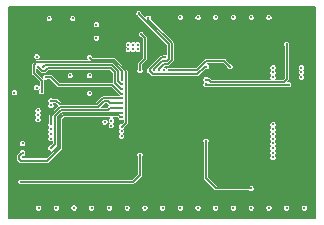
<source format=gbr>
%TF.GenerationSoftware,KiCad,Pcbnew,9.0.1-9.0.1-0~ubuntu24.04.1*%
%TF.CreationDate,2025-04-28T13:39:04+02:00*%
%TF.ProjectId,ILM139C,494c4d31-3339-4432-9e6b-696361645f70,V0.1.0*%
%TF.SameCoordinates,Original*%
%TF.FileFunction,Copper,L2,Inr*%
%TF.FilePolarity,Positive*%
%FSLAX46Y46*%
G04 Gerber Fmt 4.6, Leading zero omitted, Abs format (unit mm)*
G04 Created by KiCad (PCBNEW 9.0.1-9.0.1-0~ubuntu24.04.1) date 2025-04-28 13:39:04*
%MOMM*%
%LPD*%
G01*
G04 APERTURE LIST*
%TA.AperFunction,ViaPad*%
%ADD10C,0.250000*%
%TD*%
%TA.AperFunction,Conductor*%
%ADD11C,0.127000*%
%TD*%
G04 APERTURE END LIST*
D10*
%TO.N,SCL*%
X102300000Y-57276501D03*
X100982000Y-52433501D03*
X93400000Y-52883501D03*
%TO.N,GND*%
X103100000Y-60856501D03*
X104600000Y-60856501D03*
X107850000Y-60058501D03*
X106324000Y-64069501D03*
X103100000Y-58508501D03*
X99050000Y-53958501D03*
X111750000Y-55558501D03*
X103100000Y-63008501D03*
X107798000Y-56838501D03*
X107850000Y-57358501D03*
X102210000Y-54208501D03*
X97572000Y-63993501D03*
X103750000Y-67158501D03*
X112350000Y-55258501D03*
X109950000Y-63758501D03*
X104600000Y-62008501D03*
X98200000Y-60228501D03*
X91400000Y-52883501D03*
X103100000Y-62008501D03*
X95950000Y-62058501D03*
X103100000Y-59508501D03*
X91150000Y-60256501D03*
X98435000Y-57491501D03*
X90305000Y-63431501D03*
X101600000Y-63008501D03*
X105250000Y-67158501D03*
X92050000Y-59403501D03*
X92693000Y-63037501D03*
X100850000Y-53258501D03*
X102180000Y-55208501D03*
X101600000Y-60856501D03*
X106036000Y-53553501D03*
X104462000Y-53579501D03*
X90992000Y-68114501D03*
X105500000Y-60856501D03*
X98550000Y-64058501D03*
X100700000Y-60856501D03*
X101600000Y-59508501D03*
X98112000Y-64786501D03*
X105500000Y-59508501D03*
X97654000Y-57927501D03*
X114750000Y-62656501D03*
X100700000Y-62008501D03*
X104600000Y-59508501D03*
X91972000Y-60295501D03*
X93550000Y-59456501D03*
X94350000Y-53058501D03*
X107911000Y-59216501D03*
X91560000Y-62348501D03*
X103200000Y-55228501D03*
X95950000Y-59258501D03*
X105500000Y-58508501D03*
X107020000Y-64914501D03*
X103250000Y-52358501D03*
X109864000Y-65180501D03*
X105250000Y-65558501D03*
X101500000Y-57276501D03*
X115459000Y-64422501D03*
X100700000Y-59508501D03*
X101600000Y-58508501D03*
X99372000Y-64781501D03*
X91707000Y-56712501D03*
X115511000Y-66339501D03*
X107450000Y-60058501D03*
X100700000Y-58508501D03*
X114950000Y-66358501D03*
X108401000Y-65076501D03*
X109850000Y-60658501D03*
X100700000Y-63008501D03*
X90285000Y-66016501D03*
X99220000Y-55208501D03*
X102300000Y-64436501D03*
X114750000Y-59056501D03*
X102180000Y-56208501D03*
X115434000Y-62104501D03*
X105500000Y-62008501D03*
X91150000Y-63056501D03*
X105500000Y-63008501D03*
X99220000Y-56208501D03*
X109950000Y-59158501D03*
X114750000Y-60656501D03*
X91150000Y-61456501D03*
X114750000Y-64656501D03*
X106750000Y-67158501D03*
X109850000Y-62058501D03*
X113359000Y-60025501D03*
X92470000Y-68082501D03*
X98200000Y-63188501D03*
X101600000Y-62008501D03*
X97565000Y-59044501D03*
X106670000Y-60056501D03*
X90379000Y-61204501D03*
X92710000Y-60218501D03*
X91150000Y-62256501D03*
X92249000Y-64206501D03*
X104600000Y-58508501D03*
X104600000Y-63008501D03*
%TO.N,SDA*%
X101799000Y-52835501D03*
X102700000Y-57276501D03*
X95400000Y-52883501D03*
%TO.N,VCC*%
X100500000Y-55508501D03*
X98665000Y-61536501D03*
X100100000Y-55508501D03*
X98650000Y-61958501D03*
X100900000Y-55508501D03*
X100900000Y-55108501D03*
X97400000Y-53408501D03*
X98119000Y-61648501D03*
X100500000Y-55108501D03*
X100100000Y-55108501D03*
%TO.N,SW1*%
X99530000Y-58056501D03*
X92763000Y-59087501D03*
%TO.N,INTB*%
X103500000Y-57276501D03*
X108700000Y-56958501D03*
%TO.N,SW3*%
X99530000Y-58856501D03*
X92442000Y-56956499D03*
%TO.N,Net-(U1-ISET)*%
X101100000Y-57276501D03*
X101190000Y-54208501D03*
%TO.N,SW5*%
X93550000Y-59856501D03*
X99530000Y-59656501D03*
%TO.N,CS2*%
X99530000Y-62456501D03*
X96825000Y-57708501D03*
%TO.N,SW2*%
X92897998Y-56960197D03*
X99530000Y-58456501D03*
%TO.N,SW7*%
X93550000Y-63856501D03*
X99530000Y-60456501D03*
%TO.N,SW9*%
X91150000Y-64256501D03*
X99530000Y-61256501D03*
%TO.N,CS1*%
X99530000Y-62056501D03*
X96825000Y-56208501D03*
%TO.N,SW4*%
X93107002Y-57856501D03*
X99530000Y-59256501D03*
%TO.N,CS32*%
X106670000Y-58456501D03*
X113683000Y-58492501D03*
%TO.N,SDB*%
X106700000Y-56958501D03*
X103200000Y-56188501D03*
X101900000Y-57276501D03*
%TO.N,CS3*%
X96825000Y-59208501D03*
X99530000Y-62856501D03*
%TO.N,CS33*%
X113500000Y-55079501D03*
X106670000Y-58056501D03*
%TO.N,CS8*%
X91000000Y-66716499D03*
X101100000Y-64436501D03*
%TO.N,SW8*%
X99530000Y-60856501D03*
X91150000Y-64656501D03*
%TO.N,CS21*%
X110500000Y-67283501D03*
X106670000Y-63256501D03*
%TO.N,SW6*%
X93550000Y-61856501D03*
X99530000Y-60056501D03*
%TO.N,S1*%
X92355000Y-56115501D03*
X90458000Y-59161501D03*
%TO.N,S2*%
X92326000Y-58736501D03*
X95175000Y-57708501D03*
%TO.N,S9*%
X91150000Y-63456501D03*
X92500000Y-68933501D03*
%TO.N,S18*%
X106000000Y-68933501D03*
X112350000Y-64256501D03*
%TO.N,S17*%
X104500000Y-68933501D03*
X112350000Y-64656501D03*
%TO.N,S16*%
X93550000Y-60256501D03*
X103000000Y-68933501D03*
%TO.N,S15*%
X101500000Y-68933501D03*
X92457000Y-60655501D03*
%TO.N,S14*%
X92450000Y-61056501D03*
X100000000Y-68933501D03*
%TO.N,S13*%
X92445000Y-61456501D03*
X98500000Y-68933501D03*
%TO.N,S12*%
X97000000Y-68933501D03*
X93550000Y-62256501D03*
%TO.N,S11*%
X95500000Y-68933501D03*
X93550000Y-62656501D03*
%TO.N,S10*%
X93550000Y-63056501D03*
X94000000Y-68933501D03*
%TO.N,S24*%
X115000000Y-68933501D03*
X112350000Y-61856501D03*
%TO.N,S23*%
X112350000Y-62256501D03*
X113500000Y-68933501D03*
%TO.N,S22*%
X112350000Y-62656501D03*
X112000000Y-68933501D03*
%TO.N,S21*%
X112350000Y-63056501D03*
X110500000Y-68933501D03*
%TO.N,S20*%
X109000000Y-68933501D03*
X112350000Y-63456501D03*
%TO.N,S19*%
X107500000Y-68933501D03*
X112350000Y-63856501D03*
%TO.N,S36*%
X112350000Y-57056501D03*
X109000000Y-52783501D03*
%TO.N,S35*%
X112350000Y-57456501D03*
X110500000Y-52783501D03*
%TO.N,S34*%
X112350000Y-57856501D03*
X112000000Y-52783501D03*
%TO.N,S39*%
X104500000Y-52783501D03*
X114750000Y-57856501D03*
%TO.N,S38*%
X106000000Y-52783501D03*
X114750000Y-57456501D03*
%TO.N,S37*%
X107500000Y-52783501D03*
X114750000Y-57056501D03*
%TO.N,Net-(U1-ADDR)*%
X103100000Y-57276501D03*
X97400000Y-54533501D03*
%TD*%
D11*
%TO.N,SCL*%
X103539500Y-56329127D02*
X103340626Y-56528001D01*
X100984000Y-52435501D02*
X100982000Y-52433501D01*
X100984000Y-52502375D02*
X103539500Y-55057875D01*
X102300000Y-57196375D02*
X102300000Y-57276501D01*
X103340626Y-56528001D02*
X102968374Y-56528001D01*
X103539500Y-55057875D02*
X103539500Y-56329127D01*
X100984000Y-52502375D02*
X100984000Y-52435501D01*
X102968374Y-56528001D02*
X102300000Y-57196375D01*
%TO.N,SDA*%
X102700000Y-57276501D02*
X102700000Y-57196375D01*
X102700000Y-57196375D02*
X103140374Y-56756001D01*
X103435066Y-56756001D02*
X103767500Y-56423568D01*
X103140374Y-56756001D02*
X103435066Y-56756001D01*
X101799000Y-52994935D02*
X101799000Y-52835501D01*
X103767500Y-54963434D02*
X101799000Y-52994935D01*
X103767500Y-56423568D02*
X103767500Y-54963434D01*
%TO.N,SW1*%
X98793000Y-56600501D02*
X92317872Y-56600501D01*
X92102500Y-56815873D02*
X92102500Y-57502875D01*
X99530000Y-58056501D02*
X99530000Y-57337501D01*
X92102500Y-57502875D02*
X92763000Y-58163375D01*
X99530000Y-57337501D02*
X98793000Y-56600501D01*
X92317872Y-56600501D02*
X92102500Y-56815873D01*
X92763000Y-58163375D02*
X92763000Y-59087501D01*
%TO.N,INTB*%
X103500000Y-57276501D02*
X105922434Y-57276501D01*
X106087217Y-57111718D02*
X106087217Y-57091158D01*
X105922434Y-57276501D02*
X106087217Y-57111718D01*
X106087217Y-57091158D02*
X106679374Y-56499001D01*
X106679374Y-56499001D02*
X108240500Y-56499001D01*
X108240500Y-56499001D02*
X108700000Y-56958501D01*
%TO.N,SW3*%
X92442000Y-56984325D02*
X92442000Y-56956499D01*
X99530000Y-58856501D02*
X99449874Y-58856501D01*
X98962500Y-57413001D02*
X98606000Y-57056501D01*
X93038624Y-57299697D02*
X92757372Y-57299697D01*
X98606000Y-57056501D02*
X93281820Y-57056501D01*
X99449874Y-58856501D02*
X98962500Y-58369127D01*
X98962500Y-58369127D02*
X98962500Y-57413001D01*
X93281820Y-57056501D02*
X93038624Y-57299697D01*
X92757372Y-57299697D02*
X92442000Y-56984325D01*
%TO.N,Net-(U1-ISET)*%
X101100000Y-56708501D02*
X101500000Y-56308501D01*
X101100000Y-57276501D02*
X101100000Y-56708501D01*
X101500000Y-56308501D02*
X101500000Y-54518501D01*
X101500000Y-54518501D02*
X101190000Y-54208501D01*
%TO.N,SW5*%
X99530000Y-59656501D02*
X97969434Y-59656501D01*
X94016000Y-59856501D02*
X93550000Y-59856501D01*
X97453434Y-60172501D02*
X94332000Y-60172501D01*
X94332000Y-60172501D02*
X94016000Y-59856501D01*
X97969434Y-59656501D02*
X97453434Y-60172501D01*
%TO.N,SW2*%
X99190500Y-58197127D02*
X99190500Y-57318560D01*
X99530000Y-58456501D02*
X99449874Y-58456501D01*
X99190500Y-57318560D02*
X98700440Y-56828501D01*
X99449874Y-58456501D02*
X99190500Y-58197127D01*
X93029694Y-56828501D02*
X98698560Y-56828501D01*
X92897998Y-56960197D02*
X93029694Y-56828501D01*
%TO.N,SW7*%
X93889500Y-63517001D02*
X93550000Y-63856501D01*
X98339000Y-60628501D02*
X94404559Y-60628501D01*
X93889500Y-61239501D02*
X93889500Y-63517001D01*
X93889500Y-61143561D02*
X93889500Y-61239501D01*
X99530000Y-60456501D02*
X98511000Y-60456501D01*
X94404559Y-60628501D02*
X93889500Y-61143561D01*
X98511000Y-60456501D02*
X98339000Y-60628501D01*
%TO.N,SW9*%
X99530000Y-61256501D02*
X99469500Y-61196001D01*
X91009374Y-64996001D02*
X90810500Y-64797127D01*
X94345500Y-61332441D02*
X94345500Y-63863568D01*
X94345500Y-63863568D02*
X93213066Y-64996001D01*
X99277874Y-61084501D02*
X94593440Y-61084501D01*
X93213066Y-64996001D02*
X91009374Y-64996001D01*
X90810500Y-64515875D02*
X91069874Y-64256501D01*
X90810500Y-64797127D02*
X90810500Y-64515875D01*
X94593440Y-61084501D02*
X94345500Y-61332441D01*
X99469500Y-61196001D02*
X99389374Y-61196001D01*
X91069874Y-64256501D02*
X91150000Y-64256501D01*
X99389374Y-61196001D02*
X99277874Y-61084501D01*
%TO.N,CS1*%
X96989000Y-56372501D02*
X96825000Y-56208501D01*
X99869500Y-61717001D02*
X99869500Y-57352001D01*
X99530000Y-62056501D02*
X99869500Y-61717001D01*
X99869500Y-57352001D02*
X98890000Y-56372501D01*
X98890000Y-56372501D02*
X96989000Y-56372501D01*
%TO.N,SW4*%
X93550000Y-57856501D02*
X94236000Y-58542501D01*
X93107002Y-57856501D02*
X93550000Y-57856501D01*
X99449874Y-59256501D02*
X99530000Y-59256501D01*
X94236000Y-58542501D02*
X98735874Y-58542501D01*
X98735874Y-58542501D02*
X99449874Y-59256501D01*
%TO.N,CS32*%
X106750126Y-58456501D02*
X106670000Y-58456501D01*
X113683000Y-58492501D02*
X106706000Y-58492501D01*
X106706000Y-58492501D02*
X106670000Y-58456501D01*
%TO.N,SDB*%
X101900000Y-57196375D02*
X101900000Y-57276501D01*
X101900000Y-57356627D02*
X102159374Y-57616001D01*
X105905374Y-57616001D02*
X106562874Y-56958501D01*
X106562874Y-56958501D02*
X106700000Y-56958501D01*
X101900000Y-57276501D02*
X101900000Y-57356627D01*
X102907874Y-56188501D02*
X101900000Y-57196375D01*
X103200000Y-56188501D02*
X102907874Y-56188501D01*
X102159374Y-57616001D02*
X105905374Y-57616001D01*
%TO.N,CS33*%
X113500000Y-55079501D02*
X113500000Y-58019501D01*
X113500000Y-58019501D02*
X113255000Y-58264501D01*
X107105000Y-58264501D02*
X106897000Y-58056501D01*
X106897000Y-58056501D02*
X106670000Y-58056501D01*
X113255000Y-58264501D02*
X107105000Y-58264501D01*
%TO.N,CS8*%
X101100000Y-64436501D02*
X101100000Y-66142501D01*
X91000000Y-66716499D02*
X100526002Y-66716499D01*
X100526002Y-66716499D02*
X101100000Y-66142501D01*
%TO.N,SW8*%
X94117500Y-63769127D02*
X93230126Y-64656501D01*
X93230126Y-64656501D02*
X91150000Y-64656501D01*
X94117500Y-61238001D02*
X94117500Y-63769127D01*
X99530000Y-60856501D02*
X94499000Y-60856501D01*
X94499000Y-60856501D02*
X94117500Y-61238001D01*
%TO.N,CS21*%
X107543000Y-67283501D02*
X106670000Y-66410501D01*
X106670000Y-66410501D02*
X106670000Y-63256501D01*
X110500000Y-67283501D02*
X107543000Y-67283501D01*
%TO.N,SW6*%
X98508126Y-60056501D02*
X98340626Y-59889001D01*
X98059374Y-59889001D02*
X97547874Y-60400501D01*
X94310118Y-60400501D02*
X93550000Y-61160619D01*
X98340626Y-59889001D02*
X98059374Y-59889001D01*
X99530000Y-60056501D02*
X98508126Y-60056501D01*
X93550000Y-61160619D02*
X93550000Y-61856501D01*
X97547874Y-60400501D02*
X94310118Y-60400501D01*
%TD*%
%TA.AperFunction,Conductor*%
%TO.N,GND*%
G36*
X98287047Y-60067353D02*
G01*
X98366297Y-60146603D01*
X98366300Y-60146607D01*
X98369093Y-60149400D01*
X98415227Y-60195534D01*
X98432879Y-60202844D01*
X98432881Y-60202846D01*
X98432882Y-60202846D01*
X98454560Y-60211826D01*
X98481078Y-60238346D01*
X98481077Y-60275849D01*
X98454561Y-60302365D01*
X98443071Y-60307125D01*
X98443069Y-60307126D01*
X98418100Y-60317468D01*
X98395034Y-60340535D01*
X98371967Y-60363602D01*
X98371966Y-60363603D01*
X98285421Y-60450149D01*
X98250773Y-60464501D01*
X97834101Y-60464501D01*
X97799453Y-60450149D01*
X97785101Y-60415501D01*
X97799453Y-60380853D01*
X98112953Y-60067353D01*
X98147601Y-60053001D01*
X98252399Y-60053001D01*
X98287047Y-60067353D01*
G37*
%TD.AperFunction*%
%TA.AperFunction,Conductor*%
G36*
X92334246Y-57155945D02*
G01*
X92397145Y-57181999D01*
X92401604Y-57183846D01*
X92401268Y-57184656D01*
X92420885Y-57195141D01*
X92615543Y-57389799D01*
X92615546Y-57389803D01*
X92615547Y-57389803D01*
X92618338Y-57392594D01*
X92618339Y-57392596D01*
X92664473Y-57438730D01*
X92724750Y-57463697D01*
X92789993Y-57463697D01*
X93000293Y-57463697D01*
X93000301Y-57463698D01*
X93006002Y-57463698D01*
X93071244Y-57463698D01*
X93071246Y-57463698D01*
X93116629Y-57444899D01*
X93131523Y-57438730D01*
X93177657Y-57392596D01*
X93177657Y-57392595D01*
X93184548Y-57385704D01*
X93184548Y-57385702D01*
X93335399Y-57234853D01*
X93370047Y-57220501D01*
X98517773Y-57220501D01*
X98552421Y-57234853D01*
X98784148Y-57466580D01*
X98798500Y-57501228D01*
X98798500Y-58329499D01*
X98784149Y-58364148D01*
X98774422Y-58368177D01*
X98749501Y-58378500D01*
X98703252Y-58378500D01*
X98703250Y-58378500D01*
X98697544Y-58378501D01*
X98697543Y-58378500D01*
X98697543Y-58378501D01*
X94324227Y-58378501D01*
X94289579Y-58364149D01*
X93695925Y-57770495D01*
X93695924Y-57770493D01*
X93695924Y-57770494D01*
X93689033Y-57763602D01*
X93642899Y-57717468D01*
X93622211Y-57708899D01*
X93622210Y-57708898D01*
X93610600Y-57704089D01*
X93582623Y-57692500D01*
X93582622Y-57692500D01*
X93517378Y-57692500D01*
X93511677Y-57692500D01*
X93511669Y-57692501D01*
X93282204Y-57692501D01*
X93247556Y-57678149D01*
X93247555Y-57678148D01*
X93234740Y-57665332D01*
X93234738Y-57665331D01*
X93230665Y-57663644D01*
X94949500Y-57663644D01*
X94949500Y-57663646D01*
X94949500Y-57753356D01*
X94949500Y-57753358D01*
X94949501Y-57753359D01*
X94983830Y-57836237D01*
X94983832Y-57836240D01*
X95047261Y-57899669D01*
X95047263Y-57899670D01*
X95047264Y-57899671D01*
X95130145Y-57934001D01*
X95130147Y-57934001D01*
X95219853Y-57934001D01*
X95219855Y-57934001D01*
X95302736Y-57899671D01*
X95302737Y-57899669D01*
X95302739Y-57899669D01*
X95366168Y-57836240D01*
X95366168Y-57836238D01*
X95366170Y-57836237D01*
X95400500Y-57753356D01*
X95400500Y-57663646D01*
X95400499Y-57663644D01*
X96599500Y-57663644D01*
X96599500Y-57663646D01*
X96599500Y-57753356D01*
X96599500Y-57753358D01*
X96599501Y-57753359D01*
X96633830Y-57836237D01*
X96633832Y-57836240D01*
X96697261Y-57899669D01*
X96697263Y-57899670D01*
X96697264Y-57899671D01*
X96780145Y-57934001D01*
X96780147Y-57934001D01*
X96869853Y-57934001D01*
X96869855Y-57934001D01*
X96952736Y-57899671D01*
X96952737Y-57899669D01*
X96952739Y-57899669D01*
X97016168Y-57836240D01*
X97016168Y-57836238D01*
X97016170Y-57836237D01*
X97050500Y-57753356D01*
X97050500Y-57663646D01*
X97016170Y-57580765D01*
X97016169Y-57580764D01*
X97016168Y-57580762D01*
X96952739Y-57517333D01*
X96952736Y-57517331D01*
X96869858Y-57483002D01*
X96869856Y-57483001D01*
X96869855Y-57483001D01*
X96780145Y-57483001D01*
X96780143Y-57483001D01*
X96780141Y-57483002D01*
X96697263Y-57517331D01*
X96633830Y-57580764D01*
X96599501Y-57663642D01*
X96599500Y-57663644D01*
X95400499Y-57663644D01*
X95366170Y-57580765D01*
X95366169Y-57580764D01*
X95366168Y-57580762D01*
X95302739Y-57517333D01*
X95302736Y-57517331D01*
X95219858Y-57483002D01*
X95219856Y-57483001D01*
X95219855Y-57483001D01*
X95130145Y-57483001D01*
X95130143Y-57483001D01*
X95130141Y-57483002D01*
X95047263Y-57517331D01*
X94983830Y-57580764D01*
X94949501Y-57663642D01*
X94949500Y-57663644D01*
X93230665Y-57663644D01*
X93151860Y-57631002D01*
X93151858Y-57631001D01*
X93151857Y-57631001D01*
X93062147Y-57631001D01*
X93062145Y-57631001D01*
X93062143Y-57631002D01*
X92979265Y-57665331D01*
X92915832Y-57728764D01*
X92881503Y-57811642D01*
X92881502Y-57811648D01*
X92881502Y-57901353D01*
X92881503Y-57901360D01*
X92892300Y-57927427D01*
X92892300Y-57964930D01*
X92865781Y-57991448D01*
X92828278Y-57991448D01*
X92812382Y-57980826D01*
X92280852Y-57449296D01*
X92266500Y-57414648D01*
X92266500Y-57201217D01*
X92280852Y-57166569D01*
X92315500Y-57152217D01*
X92334246Y-57155945D01*
G37*
%TD.AperFunction*%
%TA.AperFunction,Conductor*%
G36*
X115935148Y-51873353D02*
G01*
X115949500Y-51908001D01*
X115949500Y-69809001D01*
X115935148Y-69843649D01*
X115900500Y-69858001D01*
X89999500Y-69858001D01*
X89964852Y-69843649D01*
X89950500Y-69809001D01*
X89950500Y-68888644D01*
X92274500Y-68888644D01*
X92274500Y-68888646D01*
X92274500Y-68978356D01*
X92274500Y-68978358D01*
X92274501Y-68978359D01*
X92308830Y-69061237D01*
X92308832Y-69061240D01*
X92372261Y-69124669D01*
X92372263Y-69124670D01*
X92372264Y-69124671D01*
X92455145Y-69159001D01*
X92455147Y-69159001D01*
X92544853Y-69159001D01*
X92544855Y-69159001D01*
X92627736Y-69124671D01*
X92627737Y-69124669D01*
X92627739Y-69124669D01*
X92691168Y-69061240D01*
X92691168Y-69061238D01*
X92691170Y-69061237D01*
X92725500Y-68978356D01*
X92725500Y-68888646D01*
X92725499Y-68888644D01*
X93774500Y-68888644D01*
X93774500Y-68888646D01*
X93774500Y-68978356D01*
X93774500Y-68978358D01*
X93774501Y-68978359D01*
X93808830Y-69061237D01*
X93808832Y-69061240D01*
X93872261Y-69124669D01*
X93872263Y-69124670D01*
X93872264Y-69124671D01*
X93955145Y-69159001D01*
X93955147Y-69159001D01*
X94044853Y-69159001D01*
X94044855Y-69159001D01*
X94127736Y-69124671D01*
X94127737Y-69124669D01*
X94127739Y-69124669D01*
X94191168Y-69061240D01*
X94191168Y-69061238D01*
X94191170Y-69061237D01*
X94225500Y-68978356D01*
X94225500Y-68888646D01*
X94225499Y-68888644D01*
X95274500Y-68888644D01*
X95274500Y-68888646D01*
X95274500Y-68978356D01*
X95274500Y-68978358D01*
X95274501Y-68978359D01*
X95308830Y-69061237D01*
X95308832Y-69061240D01*
X95372261Y-69124669D01*
X95372263Y-69124670D01*
X95372264Y-69124671D01*
X95455145Y-69159001D01*
X95455147Y-69159001D01*
X95544853Y-69159001D01*
X95544855Y-69159001D01*
X95627736Y-69124671D01*
X95627737Y-69124669D01*
X95627739Y-69124669D01*
X95691168Y-69061240D01*
X95691168Y-69061238D01*
X95691170Y-69061237D01*
X95725500Y-68978356D01*
X95725500Y-68888646D01*
X95725499Y-68888644D01*
X96774500Y-68888644D01*
X96774500Y-68888646D01*
X96774500Y-68978356D01*
X96774500Y-68978358D01*
X96774501Y-68978359D01*
X96808830Y-69061237D01*
X96808832Y-69061240D01*
X96872261Y-69124669D01*
X96872263Y-69124670D01*
X96872264Y-69124671D01*
X96955145Y-69159001D01*
X96955147Y-69159001D01*
X97044853Y-69159001D01*
X97044855Y-69159001D01*
X97127736Y-69124671D01*
X97127737Y-69124669D01*
X97127739Y-69124669D01*
X97191168Y-69061240D01*
X97191168Y-69061238D01*
X97191170Y-69061237D01*
X97225500Y-68978356D01*
X97225500Y-68888646D01*
X97225499Y-68888644D01*
X98274500Y-68888644D01*
X98274500Y-68888646D01*
X98274500Y-68978356D01*
X98274500Y-68978358D01*
X98274501Y-68978359D01*
X98308830Y-69061237D01*
X98308832Y-69061240D01*
X98372261Y-69124669D01*
X98372263Y-69124670D01*
X98372264Y-69124671D01*
X98455145Y-69159001D01*
X98455147Y-69159001D01*
X98544853Y-69159001D01*
X98544855Y-69159001D01*
X98627736Y-69124671D01*
X98627737Y-69124669D01*
X98627739Y-69124669D01*
X98691168Y-69061240D01*
X98691168Y-69061238D01*
X98691170Y-69061237D01*
X98725500Y-68978356D01*
X98725500Y-68888646D01*
X98725499Y-68888644D01*
X99774500Y-68888644D01*
X99774500Y-68888646D01*
X99774500Y-68978356D01*
X99774500Y-68978358D01*
X99774501Y-68978359D01*
X99808830Y-69061237D01*
X99808832Y-69061240D01*
X99872261Y-69124669D01*
X99872263Y-69124670D01*
X99872264Y-69124671D01*
X99955145Y-69159001D01*
X99955147Y-69159001D01*
X100044853Y-69159001D01*
X100044855Y-69159001D01*
X100127736Y-69124671D01*
X100127737Y-69124669D01*
X100127739Y-69124669D01*
X100191168Y-69061240D01*
X100191168Y-69061238D01*
X100191170Y-69061237D01*
X100225500Y-68978356D01*
X100225500Y-68888646D01*
X100225499Y-68888644D01*
X101274500Y-68888644D01*
X101274500Y-68888646D01*
X101274500Y-68978356D01*
X101274500Y-68978358D01*
X101274501Y-68978359D01*
X101308830Y-69061237D01*
X101308832Y-69061240D01*
X101372261Y-69124669D01*
X101372263Y-69124670D01*
X101372264Y-69124671D01*
X101455145Y-69159001D01*
X101455147Y-69159001D01*
X101544853Y-69159001D01*
X101544855Y-69159001D01*
X101627736Y-69124671D01*
X101627737Y-69124669D01*
X101627739Y-69124669D01*
X101691168Y-69061240D01*
X101691168Y-69061238D01*
X101691170Y-69061237D01*
X101725500Y-68978356D01*
X101725500Y-68888646D01*
X101725499Y-68888644D01*
X102774500Y-68888644D01*
X102774500Y-68888646D01*
X102774500Y-68978356D01*
X102774500Y-68978358D01*
X102774501Y-68978359D01*
X102808830Y-69061237D01*
X102808832Y-69061240D01*
X102872261Y-69124669D01*
X102872263Y-69124670D01*
X102872264Y-69124671D01*
X102955145Y-69159001D01*
X102955147Y-69159001D01*
X103044853Y-69159001D01*
X103044855Y-69159001D01*
X103127736Y-69124671D01*
X103127737Y-69124669D01*
X103127739Y-69124669D01*
X103191168Y-69061240D01*
X103191168Y-69061238D01*
X103191170Y-69061237D01*
X103225500Y-68978356D01*
X103225500Y-68888646D01*
X103225499Y-68888644D01*
X104274500Y-68888644D01*
X104274500Y-68888646D01*
X104274500Y-68978356D01*
X104274500Y-68978358D01*
X104274501Y-68978359D01*
X104308830Y-69061237D01*
X104308832Y-69061240D01*
X104372261Y-69124669D01*
X104372263Y-69124670D01*
X104372264Y-69124671D01*
X104455145Y-69159001D01*
X104455147Y-69159001D01*
X104544853Y-69159001D01*
X104544855Y-69159001D01*
X104627736Y-69124671D01*
X104627737Y-69124669D01*
X104627739Y-69124669D01*
X104691168Y-69061240D01*
X104691168Y-69061238D01*
X104691170Y-69061237D01*
X104725500Y-68978356D01*
X104725500Y-68888646D01*
X104725499Y-68888644D01*
X105774500Y-68888644D01*
X105774500Y-68888646D01*
X105774500Y-68978356D01*
X105774500Y-68978358D01*
X105774501Y-68978359D01*
X105808830Y-69061237D01*
X105808832Y-69061240D01*
X105872261Y-69124669D01*
X105872263Y-69124670D01*
X105872264Y-69124671D01*
X105955145Y-69159001D01*
X105955147Y-69159001D01*
X106044853Y-69159001D01*
X106044855Y-69159001D01*
X106127736Y-69124671D01*
X106127737Y-69124669D01*
X106127739Y-69124669D01*
X106191168Y-69061240D01*
X106191168Y-69061238D01*
X106191170Y-69061237D01*
X106225500Y-68978356D01*
X106225500Y-68888646D01*
X106225499Y-68888644D01*
X107274500Y-68888644D01*
X107274500Y-68888646D01*
X107274500Y-68978356D01*
X107274500Y-68978358D01*
X107274501Y-68978359D01*
X107308830Y-69061237D01*
X107308832Y-69061240D01*
X107372261Y-69124669D01*
X107372263Y-69124670D01*
X107372264Y-69124671D01*
X107455145Y-69159001D01*
X107455147Y-69159001D01*
X107544853Y-69159001D01*
X107544855Y-69159001D01*
X107627736Y-69124671D01*
X107627737Y-69124669D01*
X107627739Y-69124669D01*
X107691168Y-69061240D01*
X107691168Y-69061238D01*
X107691170Y-69061237D01*
X107725500Y-68978356D01*
X107725500Y-68888646D01*
X107725499Y-68888644D01*
X108774500Y-68888644D01*
X108774500Y-68888646D01*
X108774500Y-68978356D01*
X108774500Y-68978358D01*
X108774501Y-68978359D01*
X108808830Y-69061237D01*
X108808832Y-69061240D01*
X108872261Y-69124669D01*
X108872263Y-69124670D01*
X108872264Y-69124671D01*
X108955145Y-69159001D01*
X108955147Y-69159001D01*
X109044853Y-69159001D01*
X109044855Y-69159001D01*
X109127736Y-69124671D01*
X109127737Y-69124669D01*
X109127739Y-69124669D01*
X109191168Y-69061240D01*
X109191168Y-69061238D01*
X109191170Y-69061237D01*
X109225500Y-68978356D01*
X109225500Y-68888646D01*
X109225499Y-68888644D01*
X110274500Y-68888644D01*
X110274500Y-68888646D01*
X110274500Y-68978356D01*
X110274500Y-68978358D01*
X110274501Y-68978359D01*
X110308830Y-69061237D01*
X110308832Y-69061240D01*
X110372261Y-69124669D01*
X110372263Y-69124670D01*
X110372264Y-69124671D01*
X110455145Y-69159001D01*
X110455147Y-69159001D01*
X110544853Y-69159001D01*
X110544855Y-69159001D01*
X110627736Y-69124671D01*
X110627737Y-69124669D01*
X110627739Y-69124669D01*
X110691168Y-69061240D01*
X110691168Y-69061238D01*
X110691170Y-69061237D01*
X110725500Y-68978356D01*
X110725500Y-68888646D01*
X110725499Y-68888644D01*
X111774500Y-68888644D01*
X111774500Y-68888646D01*
X111774500Y-68978356D01*
X111774500Y-68978358D01*
X111774501Y-68978359D01*
X111808830Y-69061237D01*
X111808832Y-69061240D01*
X111872261Y-69124669D01*
X111872263Y-69124670D01*
X111872264Y-69124671D01*
X111955145Y-69159001D01*
X111955147Y-69159001D01*
X112044853Y-69159001D01*
X112044855Y-69159001D01*
X112127736Y-69124671D01*
X112127737Y-69124669D01*
X112127739Y-69124669D01*
X112191168Y-69061240D01*
X112191168Y-69061238D01*
X112191170Y-69061237D01*
X112225500Y-68978356D01*
X112225500Y-68888646D01*
X112225499Y-68888644D01*
X113274500Y-68888644D01*
X113274500Y-68888646D01*
X113274500Y-68978356D01*
X113274500Y-68978358D01*
X113274501Y-68978359D01*
X113308830Y-69061237D01*
X113308832Y-69061240D01*
X113372261Y-69124669D01*
X113372263Y-69124670D01*
X113372264Y-69124671D01*
X113455145Y-69159001D01*
X113455147Y-69159001D01*
X113544853Y-69159001D01*
X113544855Y-69159001D01*
X113627736Y-69124671D01*
X113627737Y-69124669D01*
X113627739Y-69124669D01*
X113691168Y-69061240D01*
X113691168Y-69061238D01*
X113691170Y-69061237D01*
X113725500Y-68978356D01*
X113725500Y-68888646D01*
X113725499Y-68888644D01*
X114774500Y-68888644D01*
X114774500Y-68888646D01*
X114774500Y-68978356D01*
X114774500Y-68978358D01*
X114774501Y-68978359D01*
X114808830Y-69061237D01*
X114808832Y-69061240D01*
X114872261Y-69124669D01*
X114872263Y-69124670D01*
X114872264Y-69124671D01*
X114955145Y-69159001D01*
X114955147Y-69159001D01*
X115044853Y-69159001D01*
X115044855Y-69159001D01*
X115127736Y-69124671D01*
X115127737Y-69124669D01*
X115127739Y-69124669D01*
X115191168Y-69061240D01*
X115191168Y-69061238D01*
X115191170Y-69061237D01*
X115225500Y-68978356D01*
X115225500Y-68888646D01*
X115191170Y-68805765D01*
X115191169Y-68805764D01*
X115191168Y-68805762D01*
X115127739Y-68742333D01*
X115127736Y-68742331D01*
X115044858Y-68708002D01*
X115044856Y-68708001D01*
X115044855Y-68708001D01*
X114955145Y-68708001D01*
X114955143Y-68708001D01*
X114955141Y-68708002D01*
X114872263Y-68742331D01*
X114808830Y-68805764D01*
X114774501Y-68888642D01*
X114774500Y-68888644D01*
X113725499Y-68888644D01*
X113691170Y-68805765D01*
X113691169Y-68805764D01*
X113691168Y-68805762D01*
X113627739Y-68742333D01*
X113627736Y-68742331D01*
X113544858Y-68708002D01*
X113544856Y-68708001D01*
X113544855Y-68708001D01*
X113455145Y-68708001D01*
X113455143Y-68708001D01*
X113455141Y-68708002D01*
X113372263Y-68742331D01*
X113308830Y-68805764D01*
X113274501Y-68888642D01*
X113274500Y-68888644D01*
X112225499Y-68888644D01*
X112191170Y-68805765D01*
X112191169Y-68805764D01*
X112191168Y-68805762D01*
X112127739Y-68742333D01*
X112127736Y-68742331D01*
X112044858Y-68708002D01*
X112044856Y-68708001D01*
X112044855Y-68708001D01*
X111955145Y-68708001D01*
X111955143Y-68708001D01*
X111955141Y-68708002D01*
X111872263Y-68742331D01*
X111808830Y-68805764D01*
X111774501Y-68888642D01*
X111774500Y-68888644D01*
X110725499Y-68888644D01*
X110691170Y-68805765D01*
X110691169Y-68805764D01*
X110691168Y-68805762D01*
X110627739Y-68742333D01*
X110627736Y-68742331D01*
X110544858Y-68708002D01*
X110544856Y-68708001D01*
X110544855Y-68708001D01*
X110455145Y-68708001D01*
X110455143Y-68708001D01*
X110455141Y-68708002D01*
X110372263Y-68742331D01*
X110308830Y-68805764D01*
X110274501Y-68888642D01*
X110274500Y-68888644D01*
X109225499Y-68888644D01*
X109191170Y-68805765D01*
X109191169Y-68805764D01*
X109191168Y-68805762D01*
X109127739Y-68742333D01*
X109127736Y-68742331D01*
X109044858Y-68708002D01*
X109044856Y-68708001D01*
X109044855Y-68708001D01*
X108955145Y-68708001D01*
X108955143Y-68708001D01*
X108955141Y-68708002D01*
X108872263Y-68742331D01*
X108808830Y-68805764D01*
X108774501Y-68888642D01*
X108774500Y-68888644D01*
X107725499Y-68888644D01*
X107691170Y-68805765D01*
X107691169Y-68805764D01*
X107691168Y-68805762D01*
X107627739Y-68742333D01*
X107627736Y-68742331D01*
X107544858Y-68708002D01*
X107544856Y-68708001D01*
X107544855Y-68708001D01*
X107455145Y-68708001D01*
X107455143Y-68708001D01*
X107455141Y-68708002D01*
X107372263Y-68742331D01*
X107308830Y-68805764D01*
X107274501Y-68888642D01*
X107274500Y-68888644D01*
X106225499Y-68888644D01*
X106191170Y-68805765D01*
X106191169Y-68805764D01*
X106191168Y-68805762D01*
X106127739Y-68742333D01*
X106127736Y-68742331D01*
X106044858Y-68708002D01*
X106044856Y-68708001D01*
X106044855Y-68708001D01*
X105955145Y-68708001D01*
X105955143Y-68708001D01*
X105955141Y-68708002D01*
X105872263Y-68742331D01*
X105808830Y-68805764D01*
X105774501Y-68888642D01*
X105774500Y-68888644D01*
X104725499Y-68888644D01*
X104691170Y-68805765D01*
X104691169Y-68805764D01*
X104691168Y-68805762D01*
X104627739Y-68742333D01*
X104627736Y-68742331D01*
X104544858Y-68708002D01*
X104544856Y-68708001D01*
X104544855Y-68708001D01*
X104455145Y-68708001D01*
X104455143Y-68708001D01*
X104455141Y-68708002D01*
X104372263Y-68742331D01*
X104308830Y-68805764D01*
X104274501Y-68888642D01*
X104274500Y-68888644D01*
X103225499Y-68888644D01*
X103191170Y-68805765D01*
X103191169Y-68805764D01*
X103191168Y-68805762D01*
X103127739Y-68742333D01*
X103127736Y-68742331D01*
X103044858Y-68708002D01*
X103044856Y-68708001D01*
X103044855Y-68708001D01*
X102955145Y-68708001D01*
X102955143Y-68708001D01*
X102955141Y-68708002D01*
X102872263Y-68742331D01*
X102808830Y-68805764D01*
X102774501Y-68888642D01*
X102774500Y-68888644D01*
X101725499Y-68888644D01*
X101691170Y-68805765D01*
X101691169Y-68805764D01*
X101691168Y-68805762D01*
X101627739Y-68742333D01*
X101627736Y-68742331D01*
X101544858Y-68708002D01*
X101544856Y-68708001D01*
X101544855Y-68708001D01*
X101455145Y-68708001D01*
X101455143Y-68708001D01*
X101455141Y-68708002D01*
X101372263Y-68742331D01*
X101308830Y-68805764D01*
X101274501Y-68888642D01*
X101274500Y-68888644D01*
X100225499Y-68888644D01*
X100191170Y-68805765D01*
X100191169Y-68805764D01*
X100191168Y-68805762D01*
X100127739Y-68742333D01*
X100127736Y-68742331D01*
X100044858Y-68708002D01*
X100044856Y-68708001D01*
X100044855Y-68708001D01*
X99955145Y-68708001D01*
X99955143Y-68708001D01*
X99955141Y-68708002D01*
X99872263Y-68742331D01*
X99808830Y-68805764D01*
X99774501Y-68888642D01*
X99774500Y-68888644D01*
X98725499Y-68888644D01*
X98691170Y-68805765D01*
X98691169Y-68805764D01*
X98691168Y-68805762D01*
X98627739Y-68742333D01*
X98627736Y-68742331D01*
X98544858Y-68708002D01*
X98544856Y-68708001D01*
X98544855Y-68708001D01*
X98455145Y-68708001D01*
X98455143Y-68708001D01*
X98455141Y-68708002D01*
X98372263Y-68742331D01*
X98308830Y-68805764D01*
X98274501Y-68888642D01*
X98274500Y-68888644D01*
X97225499Y-68888644D01*
X97191170Y-68805765D01*
X97191169Y-68805764D01*
X97191168Y-68805762D01*
X97127739Y-68742333D01*
X97127736Y-68742331D01*
X97044858Y-68708002D01*
X97044856Y-68708001D01*
X97044855Y-68708001D01*
X96955145Y-68708001D01*
X96955143Y-68708001D01*
X96955141Y-68708002D01*
X96872263Y-68742331D01*
X96808830Y-68805764D01*
X96774501Y-68888642D01*
X96774500Y-68888644D01*
X95725499Y-68888644D01*
X95691170Y-68805765D01*
X95691169Y-68805764D01*
X95691168Y-68805762D01*
X95627739Y-68742333D01*
X95627736Y-68742331D01*
X95544858Y-68708002D01*
X95544856Y-68708001D01*
X95544855Y-68708001D01*
X95455145Y-68708001D01*
X95455143Y-68708001D01*
X95455141Y-68708002D01*
X95372263Y-68742331D01*
X95308830Y-68805764D01*
X95274501Y-68888642D01*
X95274500Y-68888644D01*
X94225499Y-68888644D01*
X94191170Y-68805765D01*
X94191169Y-68805764D01*
X94191168Y-68805762D01*
X94127739Y-68742333D01*
X94127736Y-68742331D01*
X94044858Y-68708002D01*
X94044856Y-68708001D01*
X94044855Y-68708001D01*
X93955145Y-68708001D01*
X93955143Y-68708001D01*
X93955141Y-68708002D01*
X93872263Y-68742331D01*
X93808830Y-68805764D01*
X93774501Y-68888642D01*
X93774500Y-68888644D01*
X92725499Y-68888644D01*
X92691170Y-68805765D01*
X92691169Y-68805764D01*
X92691168Y-68805762D01*
X92627739Y-68742333D01*
X92627736Y-68742331D01*
X92544858Y-68708002D01*
X92544856Y-68708001D01*
X92544855Y-68708001D01*
X92455145Y-68708001D01*
X92455143Y-68708001D01*
X92455141Y-68708002D01*
X92372263Y-68742331D01*
X92308830Y-68805764D01*
X92274501Y-68888642D01*
X92274500Y-68888644D01*
X89950500Y-68888644D01*
X89950500Y-66671642D01*
X90774500Y-66671642D01*
X90774500Y-66671644D01*
X90774500Y-66761354D01*
X90774500Y-66761356D01*
X90774501Y-66761357D01*
X90808830Y-66844235D01*
X90808832Y-66844238D01*
X90872261Y-66907667D01*
X90872263Y-66907668D01*
X90872264Y-66907669D01*
X90955145Y-66941999D01*
X90955147Y-66941999D01*
X91044853Y-66941999D01*
X91044855Y-66941999D01*
X91127736Y-66907669D01*
X91140553Y-66894852D01*
X91175200Y-66880499D01*
X100487671Y-66880499D01*
X100487679Y-66880500D01*
X100493380Y-66880500D01*
X100558623Y-66880500D01*
X100558624Y-66880500D01*
X100601245Y-66862844D01*
X100618901Y-66855532D01*
X100665035Y-66809398D01*
X100665035Y-66809397D01*
X100671924Y-66802508D01*
X100671926Y-66802505D01*
X101186006Y-66288425D01*
X101186009Y-66288423D01*
X101192898Y-66281534D01*
X101192899Y-66281534D01*
X101239033Y-66235400D01*
X101249374Y-66210432D01*
X101264001Y-66175122D01*
X101264001Y-66109879D01*
X101264001Y-66105936D01*
X101264000Y-66105922D01*
X101264000Y-64611703D01*
X101278352Y-64577055D01*
X101291168Y-64564239D01*
X101291170Y-64564237D01*
X101325500Y-64481356D01*
X101325500Y-64391646D01*
X101291170Y-64308765D01*
X101291169Y-64308764D01*
X101291168Y-64308762D01*
X101227739Y-64245333D01*
X101227736Y-64245331D01*
X101144858Y-64211002D01*
X101144856Y-64211001D01*
X101144855Y-64211001D01*
X101055145Y-64211001D01*
X101055143Y-64211001D01*
X101055141Y-64211002D01*
X100972263Y-64245331D01*
X100908830Y-64308764D01*
X100874501Y-64391642D01*
X100874500Y-64391644D01*
X100874500Y-64391646D01*
X100874500Y-64481356D01*
X100874500Y-64481358D01*
X100874501Y-64481359D01*
X100908830Y-64564237D01*
X100908831Y-64564239D01*
X100921647Y-64577054D01*
X100936000Y-64611701D01*
X100936000Y-66054274D01*
X100921648Y-66088922D01*
X100472423Y-66538147D01*
X100437775Y-66552499D01*
X91175202Y-66552499D01*
X91140554Y-66538147D01*
X91140553Y-66538146D01*
X91127738Y-66525330D01*
X91127736Y-66525329D01*
X91044858Y-66491000D01*
X91044856Y-66490999D01*
X91044855Y-66490999D01*
X90955145Y-66490999D01*
X90955143Y-66490999D01*
X90955141Y-66491000D01*
X90872263Y-66525329D01*
X90808830Y-66588762D01*
X90774501Y-66671640D01*
X90774500Y-66671642D01*
X89950500Y-66671642D01*
X89950500Y-64483251D01*
X90646499Y-64483251D01*
X90646499Y-64483253D01*
X90646499Y-64548497D01*
X90646499Y-64548498D01*
X90646500Y-64554202D01*
X90646500Y-64760548D01*
X90646499Y-64760562D01*
X90646499Y-64829753D01*
X90653922Y-64847670D01*
X90653923Y-64847671D01*
X90671467Y-64890026D01*
X90717601Y-64936160D01*
X90717602Y-64936160D01*
X90724493Y-64943051D01*
X90724492Y-64943051D01*
X90724494Y-64943052D01*
X90867545Y-65086103D01*
X90867548Y-65086107D01*
X90867549Y-65086107D01*
X90870340Y-65088898D01*
X90870341Y-65088900D01*
X90916475Y-65135034D01*
X90976752Y-65160001D01*
X93174735Y-65160001D01*
X93174743Y-65160002D01*
X93180444Y-65160002D01*
X93245687Y-65160002D01*
X93245688Y-65160002D01*
X93288309Y-65142346D01*
X93305965Y-65135034D01*
X93352099Y-65088900D01*
X93352099Y-65088899D01*
X93358988Y-65082010D01*
X93358989Y-65082007D01*
X94438397Y-64002601D01*
X94438399Y-64002601D01*
X94484533Y-63956467D01*
X94494201Y-63933127D01*
X94509501Y-63896190D01*
X94509501Y-63830946D01*
X94509501Y-63827003D01*
X94509500Y-63826989D01*
X94509500Y-63211644D01*
X106444500Y-63211644D01*
X106444500Y-63211646D01*
X106444500Y-63301356D01*
X106444500Y-63301358D01*
X106444501Y-63301359D01*
X106478830Y-63384237D01*
X106478831Y-63384239D01*
X106491647Y-63397054D01*
X106506000Y-63431701D01*
X106506000Y-66373922D01*
X106505999Y-66373936D01*
X106505999Y-66377879D01*
X106505999Y-66443123D01*
X106523654Y-66485744D01*
X106530967Y-66503400D01*
X106577101Y-66549534D01*
X106577102Y-66549534D01*
X106583993Y-66556425D01*
X106583992Y-66556425D01*
X106583994Y-66556426D01*
X107401171Y-67373603D01*
X107401174Y-67373607D01*
X107401175Y-67373607D01*
X107403966Y-67376398D01*
X107403967Y-67376400D01*
X107450101Y-67422534D01*
X107510378Y-67447501D01*
X110324798Y-67447501D01*
X110359446Y-67461853D01*
X110359447Y-67461854D01*
X110372261Y-67474669D01*
X110372263Y-67474670D01*
X110372264Y-67474671D01*
X110455145Y-67509001D01*
X110455147Y-67509001D01*
X110544853Y-67509001D01*
X110544855Y-67509001D01*
X110627736Y-67474671D01*
X110627737Y-67474669D01*
X110627739Y-67474669D01*
X110691168Y-67411240D01*
X110691168Y-67411238D01*
X110691170Y-67411237D01*
X110725500Y-67328356D01*
X110725500Y-67238646D01*
X110691170Y-67155765D01*
X110691169Y-67155764D01*
X110691168Y-67155762D01*
X110627739Y-67092333D01*
X110627736Y-67092331D01*
X110544858Y-67058002D01*
X110544856Y-67058001D01*
X110544855Y-67058001D01*
X110455145Y-67058001D01*
X110455143Y-67058001D01*
X110455141Y-67058002D01*
X110372263Y-67092331D01*
X110372261Y-67092332D01*
X110359447Y-67105148D01*
X110324800Y-67119501D01*
X107631227Y-67119501D01*
X107596579Y-67105149D01*
X106848352Y-66356922D01*
X106834000Y-66322274D01*
X106834000Y-63431703D01*
X106848352Y-63397055D01*
X106861168Y-63384239D01*
X106861170Y-63384237D01*
X106895500Y-63301356D01*
X106895500Y-63211646D01*
X106861170Y-63128765D01*
X106861169Y-63128764D01*
X106861168Y-63128762D01*
X106797739Y-63065333D01*
X106797736Y-63065331D01*
X106714858Y-63031002D01*
X106714856Y-63031001D01*
X106714855Y-63031001D01*
X106625145Y-63031001D01*
X106625143Y-63031001D01*
X106625141Y-63031002D01*
X106542263Y-63065331D01*
X106478830Y-63128764D01*
X106444501Y-63211642D01*
X106444500Y-63211644D01*
X94509500Y-63211644D01*
X94509500Y-61603644D01*
X97893500Y-61603644D01*
X97893500Y-61603646D01*
X97893500Y-61693356D01*
X97893500Y-61693358D01*
X97893501Y-61693359D01*
X97927830Y-61776237D01*
X97927832Y-61776240D01*
X97991261Y-61839669D01*
X97991263Y-61839670D01*
X97991264Y-61839671D01*
X98074145Y-61874001D01*
X98074147Y-61874001D01*
X98163853Y-61874001D01*
X98163855Y-61874001D01*
X98246736Y-61839671D01*
X98246737Y-61839669D01*
X98246739Y-61839669D01*
X98310168Y-61776240D01*
X98310168Y-61776238D01*
X98310170Y-61776237D01*
X98344500Y-61693356D01*
X98344500Y-61603646D01*
X98310170Y-61520765D01*
X98310169Y-61520764D01*
X98310168Y-61520762D01*
X98246739Y-61457333D01*
X98246736Y-61457331D01*
X98163858Y-61423002D01*
X98163856Y-61423001D01*
X98163855Y-61423001D01*
X98074145Y-61423001D01*
X98074143Y-61423001D01*
X98074141Y-61423002D01*
X97991263Y-61457331D01*
X97927830Y-61520764D01*
X97893501Y-61603642D01*
X97893500Y-61603644D01*
X94509500Y-61603644D01*
X94509500Y-61420668D01*
X94523852Y-61386020D01*
X94647019Y-61262853D01*
X94681667Y-61248501D01*
X98524693Y-61248501D01*
X98559341Y-61262853D01*
X98573693Y-61297501D01*
X98559341Y-61332149D01*
X98543445Y-61342770D01*
X98542139Y-61343311D01*
X98537262Y-61345331D01*
X98537261Y-61345333D01*
X98473830Y-61408764D01*
X98439501Y-61491642D01*
X98439500Y-61491644D01*
X98439500Y-61491646D01*
X98439500Y-61581356D01*
X98440029Y-61582633D01*
X98440030Y-61582637D01*
X98449104Y-61604543D01*
X98473830Y-61664237D01*
X98473831Y-61664238D01*
X98473832Y-61664240D01*
X98514945Y-61705353D01*
X98529297Y-61740001D01*
X98514945Y-61774649D01*
X98458830Y-61830764D01*
X98424501Y-61913642D01*
X98424500Y-61913644D01*
X98424500Y-61913646D01*
X98424500Y-62003356D01*
X98424500Y-62003358D01*
X98424501Y-62003359D01*
X98458830Y-62086237D01*
X98458832Y-62086240D01*
X98522261Y-62149669D01*
X98522263Y-62149670D01*
X98522264Y-62149671D01*
X98605145Y-62184001D01*
X98605147Y-62184001D01*
X98694853Y-62184001D01*
X98694855Y-62184001D01*
X98777736Y-62149671D01*
X98777737Y-62149669D01*
X98777739Y-62149669D01*
X98841168Y-62086240D01*
X98841168Y-62086238D01*
X98841170Y-62086237D01*
X98875500Y-62003356D01*
X98875500Y-61913646D01*
X98841170Y-61830765D01*
X98841169Y-61830764D01*
X98841168Y-61830762D01*
X98800055Y-61789649D01*
X98785703Y-61755001D01*
X98800055Y-61720353D01*
X98856168Y-61664240D01*
X98856168Y-61664238D01*
X98856170Y-61664237D01*
X98890500Y-61581356D01*
X98890500Y-61491646D01*
X98856170Y-61408765D01*
X98856169Y-61408764D01*
X98856168Y-61408762D01*
X98792737Y-61345331D01*
X98788709Y-61343663D01*
X98786554Y-61342770D01*
X98760037Y-61316252D01*
X98760037Y-61278749D01*
X98786556Y-61252231D01*
X98805307Y-61248501D01*
X99189647Y-61248501D01*
X99224295Y-61262853D01*
X99247545Y-61286103D01*
X99247548Y-61286107D01*
X99250341Y-61288900D01*
X99296475Y-61335034D01*
X99304246Y-61338252D01*
X99330765Y-61364768D01*
X99330767Y-61364771D01*
X99338830Y-61384238D01*
X99402261Y-61447669D01*
X99402263Y-61447670D01*
X99402264Y-61447671D01*
X99485145Y-61482001D01*
X99485147Y-61482001D01*
X99574853Y-61482001D01*
X99574855Y-61482001D01*
X99637751Y-61455949D01*
X99675251Y-61455949D01*
X99701770Y-61482467D01*
X99705500Y-61501219D01*
X99705500Y-61628774D01*
X99691148Y-61663422D01*
X99537921Y-61816649D01*
X99503273Y-61831001D01*
X99485145Y-61831001D01*
X99485143Y-61831001D01*
X99485141Y-61831002D01*
X99402263Y-61865331D01*
X99338830Y-61928764D01*
X99304501Y-62011642D01*
X99304500Y-62011644D01*
X99304500Y-62011646D01*
X99304500Y-62101356D01*
X99304500Y-62101358D01*
X99304501Y-62101359D01*
X99338830Y-62184237D01*
X99338832Y-62184240D01*
X99376445Y-62221853D01*
X99390797Y-62256501D01*
X99376445Y-62291149D01*
X99338830Y-62328764D01*
X99304501Y-62411642D01*
X99304500Y-62411644D01*
X99304500Y-62411646D01*
X99304500Y-62501356D01*
X99304500Y-62501358D01*
X99304501Y-62501359D01*
X99338830Y-62584237D01*
X99338832Y-62584240D01*
X99376445Y-62621853D01*
X99390797Y-62656501D01*
X99376445Y-62691149D01*
X99338830Y-62728764D01*
X99304501Y-62811642D01*
X99304500Y-62811644D01*
X99304500Y-62811646D01*
X99304500Y-62901356D01*
X99304500Y-62901358D01*
X99304501Y-62901359D01*
X99338830Y-62984237D01*
X99338832Y-62984240D01*
X99402261Y-63047669D01*
X99402263Y-63047670D01*
X99402264Y-63047671D01*
X99485145Y-63082001D01*
X99485147Y-63082001D01*
X99574853Y-63082001D01*
X99574855Y-63082001D01*
X99657736Y-63047671D01*
X99657737Y-63047669D01*
X99657739Y-63047669D01*
X99721168Y-62984240D01*
X99721168Y-62984238D01*
X99721170Y-62984237D01*
X99755500Y-62901356D01*
X99755500Y-62811646D01*
X99721170Y-62728765D01*
X99721169Y-62728764D01*
X99721168Y-62728762D01*
X99683555Y-62691149D01*
X99669203Y-62656501D01*
X99683555Y-62621853D01*
X99721168Y-62584240D01*
X99721168Y-62584238D01*
X99721170Y-62584237D01*
X99755500Y-62501356D01*
X99755500Y-62411646D01*
X99721170Y-62328765D01*
X99721169Y-62328764D01*
X99721168Y-62328762D01*
X99683555Y-62291149D01*
X99669203Y-62256501D01*
X99683555Y-62221853D01*
X99721168Y-62184240D01*
X99721168Y-62184238D01*
X99721170Y-62184237D01*
X99755500Y-62101356D01*
X99755500Y-62083227D01*
X99769851Y-62048580D01*
X99962397Y-61856034D01*
X99962399Y-61856034D01*
X100006789Y-61811644D01*
X112124500Y-61811644D01*
X112124500Y-61811646D01*
X112124500Y-61901356D01*
X112124500Y-61901358D01*
X112124501Y-61901359D01*
X112158830Y-61984237D01*
X112158832Y-61984240D01*
X112196445Y-62021853D01*
X112210797Y-62056501D01*
X112196445Y-62091149D01*
X112158830Y-62128764D01*
X112124501Y-62211642D01*
X112124500Y-62211644D01*
X112124500Y-62211646D01*
X112124500Y-62301356D01*
X112124500Y-62301358D01*
X112124501Y-62301359D01*
X112158830Y-62384237D01*
X112158832Y-62384240D01*
X112196445Y-62421853D01*
X112210797Y-62456501D01*
X112196445Y-62491149D01*
X112158830Y-62528764D01*
X112124501Y-62611642D01*
X112124500Y-62611644D01*
X112124500Y-62611646D01*
X112124500Y-62701356D01*
X112124500Y-62701358D01*
X112124501Y-62701359D01*
X112158830Y-62784237D01*
X112158832Y-62784240D01*
X112196445Y-62821853D01*
X112210797Y-62856501D01*
X112196445Y-62891149D01*
X112158830Y-62928764D01*
X112124501Y-63011642D01*
X112124500Y-63011644D01*
X112124500Y-63011646D01*
X112124500Y-63101356D01*
X112124500Y-63101358D01*
X112124501Y-63101359D01*
X112158830Y-63184237D01*
X112158832Y-63184240D01*
X112196445Y-63221853D01*
X112210797Y-63256501D01*
X112196445Y-63291149D01*
X112158830Y-63328764D01*
X112124501Y-63411642D01*
X112124500Y-63411644D01*
X112124500Y-63411646D01*
X112124500Y-63501356D01*
X112124500Y-63501358D01*
X112124501Y-63501359D01*
X112158830Y-63584237D01*
X112158832Y-63584240D01*
X112196445Y-63621853D01*
X112210797Y-63656501D01*
X112196445Y-63691149D01*
X112158830Y-63728764D01*
X112124501Y-63811642D01*
X112124500Y-63811644D01*
X112124500Y-63811646D01*
X112124500Y-63901356D01*
X112124500Y-63901358D01*
X112124501Y-63901359D01*
X112158830Y-63984237D01*
X112158832Y-63984240D01*
X112196445Y-64021853D01*
X112210797Y-64056501D01*
X112196445Y-64091149D01*
X112158830Y-64128764D01*
X112124501Y-64211642D01*
X112124500Y-64211644D01*
X112124500Y-64211646D01*
X112124500Y-64301356D01*
X112124500Y-64301358D01*
X112124501Y-64301359D01*
X112158830Y-64384237D01*
X112158832Y-64384240D01*
X112196445Y-64421853D01*
X112210797Y-64456501D01*
X112196445Y-64491149D01*
X112158830Y-64528764D01*
X112124501Y-64611642D01*
X112124500Y-64611644D01*
X112124500Y-64611646D01*
X112124500Y-64701356D01*
X112124500Y-64701358D01*
X112124501Y-64701359D01*
X112158830Y-64784237D01*
X112158832Y-64784240D01*
X112222261Y-64847669D01*
X112222263Y-64847670D01*
X112222264Y-64847671D01*
X112305145Y-64882001D01*
X112305147Y-64882001D01*
X112394853Y-64882001D01*
X112394855Y-64882001D01*
X112477736Y-64847671D01*
X112477737Y-64847669D01*
X112477739Y-64847669D01*
X112541168Y-64784240D01*
X112541168Y-64784238D01*
X112541170Y-64784237D01*
X112575500Y-64701356D01*
X112575500Y-64611646D01*
X112541170Y-64528765D01*
X112541169Y-64528764D01*
X112541168Y-64528762D01*
X112503555Y-64491149D01*
X112489203Y-64456501D01*
X112503555Y-64421853D01*
X112541168Y-64384240D01*
X112541168Y-64384238D01*
X112541170Y-64384237D01*
X112575500Y-64301356D01*
X112575500Y-64211646D01*
X112541170Y-64128765D01*
X112541169Y-64128764D01*
X112541168Y-64128762D01*
X112503555Y-64091149D01*
X112489203Y-64056501D01*
X112503555Y-64021853D01*
X112541168Y-63984240D01*
X112541168Y-63984238D01*
X112541170Y-63984237D01*
X112575500Y-63901356D01*
X112575500Y-63811646D01*
X112541170Y-63728765D01*
X112541169Y-63728764D01*
X112541168Y-63728762D01*
X112503555Y-63691149D01*
X112489203Y-63656501D01*
X112503555Y-63621853D01*
X112541168Y-63584240D01*
X112541168Y-63584238D01*
X112541170Y-63584237D01*
X112575500Y-63501356D01*
X112575500Y-63411646D01*
X112541170Y-63328765D01*
X112541169Y-63328764D01*
X112541168Y-63328762D01*
X112503555Y-63291149D01*
X112489203Y-63256501D01*
X112503555Y-63221853D01*
X112541168Y-63184240D01*
X112541168Y-63184238D01*
X112541170Y-63184237D01*
X112575500Y-63101356D01*
X112575500Y-63011646D01*
X112541170Y-62928765D01*
X112541169Y-62928764D01*
X112541168Y-62928762D01*
X112503555Y-62891149D01*
X112489203Y-62856501D01*
X112503555Y-62821853D01*
X112541168Y-62784240D01*
X112541168Y-62784238D01*
X112541170Y-62784237D01*
X112575500Y-62701356D01*
X112575500Y-62611646D01*
X112541170Y-62528765D01*
X112541169Y-62528764D01*
X112541168Y-62528762D01*
X112503555Y-62491149D01*
X112489203Y-62456501D01*
X112503555Y-62421853D01*
X112541168Y-62384240D01*
X112541168Y-62384238D01*
X112541170Y-62384237D01*
X112575500Y-62301356D01*
X112575500Y-62211646D01*
X112541170Y-62128765D01*
X112541169Y-62128764D01*
X112541168Y-62128762D01*
X112503555Y-62091149D01*
X112489203Y-62056501D01*
X112503555Y-62021853D01*
X112541168Y-61984240D01*
X112541168Y-61984238D01*
X112541170Y-61984237D01*
X112575500Y-61901356D01*
X112575500Y-61811646D01*
X112541170Y-61728765D01*
X112541169Y-61728764D01*
X112541168Y-61728762D01*
X112477739Y-61665333D01*
X112477736Y-61665331D01*
X112394858Y-61631002D01*
X112394856Y-61631001D01*
X112394855Y-61631001D01*
X112305145Y-61631001D01*
X112305143Y-61631001D01*
X112305141Y-61631002D01*
X112222263Y-61665331D01*
X112158830Y-61728764D01*
X112124501Y-61811642D01*
X112124500Y-61811644D01*
X100006789Y-61811644D01*
X100008533Y-61809900D01*
X100019675Y-61783001D01*
X100033501Y-61749622D01*
X100033501Y-61684379D01*
X100033501Y-61680436D01*
X100033500Y-61680422D01*
X100033500Y-58011644D01*
X106444500Y-58011644D01*
X106444500Y-58011646D01*
X106444500Y-58101356D01*
X106444500Y-58101358D01*
X106444501Y-58101359D01*
X106478830Y-58184237D01*
X106478832Y-58184240D01*
X106516445Y-58221853D01*
X106530797Y-58256501D01*
X106516445Y-58291149D01*
X106478830Y-58328764D01*
X106444501Y-58411642D01*
X106444500Y-58411644D01*
X106444500Y-58411646D01*
X106444500Y-58501356D01*
X106444500Y-58501358D01*
X106444501Y-58501359D01*
X106478830Y-58584237D01*
X106478832Y-58584240D01*
X106542261Y-58647669D01*
X106542263Y-58647670D01*
X106542264Y-58647671D01*
X106625145Y-58682001D01*
X106625147Y-58682001D01*
X106714853Y-58682001D01*
X106714855Y-58682001D01*
X106767413Y-58660230D01*
X106786164Y-58656501D01*
X113507798Y-58656501D01*
X113542446Y-58670853D01*
X113542447Y-58670854D01*
X113555261Y-58683669D01*
X113555263Y-58683670D01*
X113555264Y-58683671D01*
X113638145Y-58718001D01*
X113638147Y-58718001D01*
X113727853Y-58718001D01*
X113727855Y-58718001D01*
X113810736Y-58683671D01*
X113810737Y-58683669D01*
X113810739Y-58683669D01*
X113874168Y-58620240D01*
X113874168Y-58620238D01*
X113874170Y-58620237D01*
X113908500Y-58537356D01*
X113908500Y-58447646D01*
X113874170Y-58364765D01*
X113874169Y-58364764D01*
X113874168Y-58364762D01*
X113810739Y-58301333D01*
X113810736Y-58301331D01*
X113727858Y-58267002D01*
X113727856Y-58267001D01*
X113727855Y-58267001D01*
X113638145Y-58267001D01*
X113638143Y-58267001D01*
X113638140Y-58267002D01*
X113603327Y-58281422D01*
X113565824Y-58281422D01*
X113539306Y-58254903D01*
X113539306Y-58217400D01*
X113549924Y-58201507D01*
X113639033Y-58112400D01*
X113664000Y-58052123D01*
X113664000Y-57986880D01*
X113664000Y-57011646D01*
X114524500Y-57011646D01*
X114524500Y-57101356D01*
X114524500Y-57101358D01*
X114524501Y-57101359D01*
X114558830Y-57184237D01*
X114558832Y-57184240D01*
X114596445Y-57221853D01*
X114610797Y-57256501D01*
X114596445Y-57291149D01*
X114558830Y-57328764D01*
X114524501Y-57411642D01*
X114524500Y-57411644D01*
X114524500Y-57411646D01*
X114524500Y-57501356D01*
X114524500Y-57501358D01*
X114524501Y-57501359D01*
X114558830Y-57584237D01*
X114558832Y-57584240D01*
X114596445Y-57621853D01*
X114610797Y-57656501D01*
X114596445Y-57691149D01*
X114558830Y-57728764D01*
X114524501Y-57811642D01*
X114524500Y-57811644D01*
X114524500Y-57811646D01*
X114524500Y-57901356D01*
X114524500Y-57901358D01*
X114524501Y-57901359D01*
X114558830Y-57984237D01*
X114558832Y-57984240D01*
X114622261Y-58047669D01*
X114622263Y-58047670D01*
X114622264Y-58047671D01*
X114705145Y-58082001D01*
X114705147Y-58082001D01*
X114794853Y-58082001D01*
X114794855Y-58082001D01*
X114877736Y-58047671D01*
X114877737Y-58047669D01*
X114877739Y-58047669D01*
X114941168Y-57984240D01*
X114941168Y-57984238D01*
X114941170Y-57984237D01*
X114975500Y-57901356D01*
X114975500Y-57811646D01*
X114941170Y-57728765D01*
X114941169Y-57728764D01*
X114941168Y-57728762D01*
X114903555Y-57691149D01*
X114889203Y-57656501D01*
X114903555Y-57621853D01*
X114941168Y-57584240D01*
X114941168Y-57584238D01*
X114941170Y-57584237D01*
X114975500Y-57501356D01*
X114975500Y-57411646D01*
X114941170Y-57328765D01*
X114941169Y-57328764D01*
X114941168Y-57328762D01*
X114903555Y-57291149D01*
X114889203Y-57256501D01*
X114903555Y-57221853D01*
X114941168Y-57184240D01*
X114941168Y-57184238D01*
X114941170Y-57184237D01*
X114975500Y-57101356D01*
X114975500Y-57011646D01*
X114941170Y-56928765D01*
X114941169Y-56928764D01*
X114941168Y-56928762D01*
X114877739Y-56865333D01*
X114877736Y-56865331D01*
X114794858Y-56831002D01*
X114794856Y-56831001D01*
X114794855Y-56831001D01*
X114705145Y-56831001D01*
X114705143Y-56831001D01*
X114705141Y-56831002D01*
X114622263Y-56865331D01*
X114558830Y-56928764D01*
X114524501Y-57011642D01*
X114524500Y-57011646D01*
X113664000Y-57011646D01*
X113664000Y-55254703D01*
X113678352Y-55220055D01*
X113691168Y-55207239D01*
X113691170Y-55207237D01*
X113725500Y-55124356D01*
X113725500Y-55034646D01*
X113691170Y-54951765D01*
X113691169Y-54951764D01*
X113691168Y-54951762D01*
X113627739Y-54888333D01*
X113627736Y-54888331D01*
X113544858Y-54854002D01*
X113544856Y-54854001D01*
X113544855Y-54854001D01*
X113455145Y-54854001D01*
X113455143Y-54854001D01*
X113455141Y-54854002D01*
X113372263Y-54888331D01*
X113308830Y-54951764D01*
X113274501Y-55034642D01*
X113274500Y-55034644D01*
X113274500Y-55034646D01*
X113274500Y-55124356D01*
X113274500Y-55124358D01*
X113274501Y-55124359D01*
X113308830Y-55207237D01*
X113308831Y-55207239D01*
X113321647Y-55220054D01*
X113336000Y-55254701D01*
X113336000Y-57931273D01*
X113321648Y-57965921D01*
X113201421Y-58086149D01*
X113166773Y-58100501D01*
X112543203Y-58100501D01*
X112508555Y-58086149D01*
X112494203Y-58051501D01*
X112508555Y-58016853D01*
X112541168Y-57984240D01*
X112541168Y-57984238D01*
X112541170Y-57984237D01*
X112575500Y-57901356D01*
X112575500Y-57811646D01*
X112541170Y-57728765D01*
X112541169Y-57728764D01*
X112541168Y-57728762D01*
X112503555Y-57691149D01*
X112489203Y-57656501D01*
X112503555Y-57621853D01*
X112541168Y-57584240D01*
X112541168Y-57584238D01*
X112541170Y-57584237D01*
X112575500Y-57501356D01*
X112575500Y-57411646D01*
X112541170Y-57328765D01*
X112541169Y-57328764D01*
X112541168Y-57328762D01*
X112503555Y-57291149D01*
X112489203Y-57256501D01*
X112503555Y-57221853D01*
X112541168Y-57184240D01*
X112541168Y-57184238D01*
X112541170Y-57184237D01*
X112575500Y-57101356D01*
X112575500Y-57011646D01*
X112541170Y-56928765D01*
X112541169Y-56928764D01*
X112541168Y-56928762D01*
X112477739Y-56865333D01*
X112477736Y-56865331D01*
X112394858Y-56831002D01*
X112394856Y-56831001D01*
X112394855Y-56831001D01*
X112305145Y-56831001D01*
X112305143Y-56831001D01*
X112305141Y-56831002D01*
X112222263Y-56865331D01*
X112158830Y-56928764D01*
X112124501Y-57011642D01*
X112124500Y-57011646D01*
X112124500Y-57101356D01*
X112124500Y-57101358D01*
X112124501Y-57101359D01*
X112158830Y-57184237D01*
X112158832Y-57184240D01*
X112196445Y-57221853D01*
X112210797Y-57256501D01*
X112196445Y-57291149D01*
X112158830Y-57328764D01*
X112124501Y-57411642D01*
X112124500Y-57411644D01*
X112124500Y-57411646D01*
X112124500Y-57501356D01*
X112124500Y-57501358D01*
X112124501Y-57501359D01*
X112158830Y-57584237D01*
X112158832Y-57584240D01*
X112196445Y-57621853D01*
X112210797Y-57656501D01*
X112196445Y-57691149D01*
X112158830Y-57728764D01*
X112124501Y-57811642D01*
X112124500Y-57811644D01*
X112124500Y-57811646D01*
X112124500Y-57901356D01*
X112124500Y-57901358D01*
X112124501Y-57901359D01*
X112158830Y-57984237D01*
X112158832Y-57984240D01*
X112191445Y-58016853D01*
X112205797Y-58051501D01*
X112191445Y-58086149D01*
X112156797Y-58100501D01*
X107193227Y-58100501D01*
X107158579Y-58086149D01*
X107042925Y-57970495D01*
X107042924Y-57970493D01*
X107042924Y-57970494D01*
X107036033Y-57963602D01*
X106989899Y-57917468D01*
X106989896Y-57917466D01*
X106972245Y-57910156D01*
X106972243Y-57910154D01*
X106972243Y-57910155D01*
X106929623Y-57892500D01*
X106929622Y-57892500D01*
X106864378Y-57892500D01*
X106858677Y-57892500D01*
X106858669Y-57892501D01*
X106845202Y-57892501D01*
X106810554Y-57878149D01*
X106810553Y-57878148D01*
X106797738Y-57865332D01*
X106797736Y-57865331D01*
X106714858Y-57831002D01*
X106714856Y-57831001D01*
X106714855Y-57831001D01*
X106625145Y-57831001D01*
X106625143Y-57831001D01*
X106625141Y-57831002D01*
X106542263Y-57865331D01*
X106478830Y-57928764D01*
X106444501Y-58011642D01*
X106444500Y-58011644D01*
X100033500Y-58011644D01*
X100033500Y-57390332D01*
X100033501Y-57390323D01*
X100033501Y-57319381D01*
X100033500Y-57319377D01*
X100021807Y-57291149D01*
X100015415Y-57275718D01*
X100008533Y-57259102D01*
X99981075Y-57231644D01*
X100874500Y-57231644D01*
X100874500Y-57231646D01*
X100874500Y-57321356D01*
X100874500Y-57321358D01*
X100874501Y-57321359D01*
X100908830Y-57404237D01*
X100908832Y-57404240D01*
X100972261Y-57467669D01*
X100972263Y-57467670D01*
X100972264Y-57467671D01*
X101055145Y-57502001D01*
X101055147Y-57502001D01*
X101144853Y-57502001D01*
X101144855Y-57502001D01*
X101227736Y-57467671D01*
X101227737Y-57467669D01*
X101227739Y-57467669D01*
X101291168Y-57404240D01*
X101291168Y-57404238D01*
X101291170Y-57404237D01*
X101325500Y-57321356D01*
X101325500Y-57231646D01*
X101291170Y-57148765D01*
X101291169Y-57148764D01*
X101291168Y-57148762D01*
X101278352Y-57135946D01*
X101264000Y-57101298D01*
X101264000Y-56796727D01*
X101278351Y-56762080D01*
X101592897Y-56447534D01*
X101592899Y-56447534D01*
X101639033Y-56401400D01*
X101664000Y-56341123D01*
X101664000Y-54556832D01*
X101664001Y-54556823D01*
X101664001Y-54485881D01*
X101664000Y-54485877D01*
X101642351Y-54433613D01*
X101642350Y-54433612D01*
X101639033Y-54425603D01*
X101639033Y-54425602D01*
X101592899Y-54379468D01*
X101592897Y-54379467D01*
X101429852Y-54216422D01*
X101415500Y-54181774D01*
X101415500Y-54163648D01*
X101415500Y-54163646D01*
X101381170Y-54080765D01*
X101381169Y-54080764D01*
X101381168Y-54080762D01*
X101317739Y-54017333D01*
X101317736Y-54017331D01*
X101234858Y-53983002D01*
X101234856Y-53983001D01*
X101234855Y-53983001D01*
X101145145Y-53983001D01*
X101145143Y-53983001D01*
X101145141Y-53983002D01*
X101062263Y-54017331D01*
X100998830Y-54080764D01*
X100964501Y-54163642D01*
X100964500Y-54163644D01*
X100964500Y-54163646D01*
X100964500Y-54253356D01*
X100964500Y-54253358D01*
X100964501Y-54253359D01*
X100998830Y-54336237D01*
X100998832Y-54336240D01*
X101062261Y-54399669D01*
X101062263Y-54399670D01*
X101062264Y-54399671D01*
X101145145Y-54434001D01*
X101163273Y-54434001D01*
X101197921Y-54448353D01*
X101321648Y-54572080D01*
X101336000Y-54606728D01*
X101336000Y-56220273D01*
X101321648Y-56254921D01*
X101008256Y-56568312D01*
X101008248Y-56568320D01*
X101007102Y-56569467D01*
X101007101Y-56569468D01*
X100960967Y-56615602D01*
X100958773Y-56620899D01*
X100955685Y-56628353D01*
X100955684Y-56628355D01*
X100935999Y-56675877D01*
X100935999Y-56746823D01*
X100936000Y-56746832D01*
X100936000Y-57101298D01*
X100921648Y-57135946D01*
X100908830Y-57148764D01*
X100874501Y-57231642D01*
X100874500Y-57231644D01*
X99981075Y-57231644D01*
X99962399Y-57212968D01*
X99959609Y-57210178D01*
X99959602Y-57210172D01*
X99035925Y-56286495D01*
X99035924Y-56286493D01*
X99035924Y-56286494D01*
X99029033Y-56279602D01*
X98982899Y-56233468D01*
X98982896Y-56233466D01*
X98965245Y-56226156D01*
X98965243Y-56226154D01*
X98965243Y-56226155D01*
X98922623Y-56208500D01*
X98922622Y-56208500D01*
X98857378Y-56208500D01*
X98851677Y-56208500D01*
X98851669Y-56208501D01*
X97099500Y-56208501D01*
X97064852Y-56194149D01*
X97053969Y-56167876D01*
X97051441Y-56168379D01*
X97050500Y-56163652D01*
X97050500Y-56163646D01*
X97016170Y-56080765D01*
X97016169Y-56080764D01*
X97016168Y-56080762D01*
X96952739Y-56017333D01*
X96952736Y-56017331D01*
X96869858Y-55983002D01*
X96869856Y-55983001D01*
X96869855Y-55983001D01*
X96780145Y-55983001D01*
X96780143Y-55983001D01*
X96780141Y-55983002D01*
X96697263Y-56017331D01*
X96633830Y-56080764D01*
X96599501Y-56163642D01*
X96599500Y-56163644D01*
X96599500Y-56163646D01*
X96599500Y-56253356D01*
X96599500Y-56253358D01*
X96599501Y-56253359D01*
X96633830Y-56336237D01*
X96633832Y-56336240D01*
X96650445Y-56352853D01*
X96664797Y-56387501D01*
X96650445Y-56422149D01*
X96615797Y-56436501D01*
X92415638Y-56436501D01*
X92380990Y-56422149D01*
X92366638Y-56387501D01*
X92380990Y-56352853D01*
X92396886Y-56342231D01*
X92399855Y-56341001D01*
X92482736Y-56306671D01*
X92482738Y-56306669D01*
X92482739Y-56306669D01*
X92546168Y-56243240D01*
X92546168Y-56243238D01*
X92546170Y-56243237D01*
X92580500Y-56160356D01*
X92580500Y-56070646D01*
X92546170Y-55987765D01*
X92546169Y-55987764D01*
X92546168Y-55987762D01*
X92482739Y-55924333D01*
X92482736Y-55924331D01*
X92399858Y-55890002D01*
X92399856Y-55890001D01*
X92399855Y-55890001D01*
X92310145Y-55890001D01*
X92310143Y-55890001D01*
X92310141Y-55890002D01*
X92227263Y-55924331D01*
X92163830Y-55987764D01*
X92129501Y-56070642D01*
X92129500Y-56070644D01*
X92129500Y-56070646D01*
X92129500Y-56160356D01*
X92129500Y-56160358D01*
X92129501Y-56160359D01*
X92163830Y-56243237D01*
X92163832Y-56243240D01*
X92227261Y-56306669D01*
X92227262Y-56306669D01*
X92227264Y-56306671D01*
X92310145Y-56341001D01*
X92313112Y-56342230D01*
X92339630Y-56368749D01*
X92339630Y-56406252D01*
X92313111Y-56432770D01*
X92294360Y-56436500D01*
X92285248Y-56436500D01*
X92242628Y-56454155D01*
X92224972Y-56461468D01*
X92201906Y-56484535D01*
X92178839Y-56507602D01*
X92178838Y-56507603D01*
X92009602Y-56676839D01*
X92009601Y-56676840D01*
X91993192Y-56693249D01*
X91963467Y-56722973D01*
X91958236Y-56735603D01*
X91938499Y-56783249D01*
X91938499Y-56854195D01*
X91938500Y-56854204D01*
X91938500Y-57466296D01*
X91938499Y-57466310D01*
X91938499Y-57535501D01*
X91955690Y-57576998D01*
X91955690Y-57577002D01*
X91955692Y-57577002D01*
X91963465Y-57595771D01*
X91963469Y-57595776D01*
X92016492Y-57648799D01*
X92016494Y-57648800D01*
X92584648Y-58216954D01*
X92599000Y-58251602D01*
X92599000Y-58572298D01*
X92584648Y-58606946D01*
X92550000Y-58621298D01*
X92515352Y-58606946D01*
X92453739Y-58545333D01*
X92453736Y-58545331D01*
X92370858Y-58511002D01*
X92370856Y-58511001D01*
X92370855Y-58511001D01*
X92281145Y-58511001D01*
X92281143Y-58511001D01*
X92281141Y-58511002D01*
X92198263Y-58545331D01*
X92134830Y-58608764D01*
X92100501Y-58691642D01*
X92100500Y-58691646D01*
X92100500Y-58781356D01*
X92100500Y-58781358D01*
X92100501Y-58781359D01*
X92134830Y-58864237D01*
X92134832Y-58864240D01*
X92198261Y-58927669D01*
X92198263Y-58927670D01*
X92198264Y-58927671D01*
X92281145Y-58962001D01*
X92281147Y-58962001D01*
X92370853Y-58962001D01*
X92370855Y-58962001D01*
X92453736Y-58927671D01*
X92453737Y-58927669D01*
X92453739Y-58927669D01*
X92515352Y-58866056D01*
X92550000Y-58851704D01*
X92584648Y-58866056D01*
X92599000Y-58900704D01*
X92599000Y-58912298D01*
X92584648Y-58946946D01*
X92571830Y-58959764D01*
X92537501Y-59042642D01*
X92537500Y-59042644D01*
X92537500Y-59042646D01*
X92537500Y-59132356D01*
X92537500Y-59132358D01*
X92537501Y-59132359D01*
X92571830Y-59215237D01*
X92571832Y-59215240D01*
X92635261Y-59278669D01*
X92635263Y-59278670D01*
X92635264Y-59278671D01*
X92718145Y-59313001D01*
X92718147Y-59313001D01*
X92807853Y-59313001D01*
X92807855Y-59313001D01*
X92890736Y-59278671D01*
X92890737Y-59278669D01*
X92890739Y-59278669D01*
X92954168Y-59215240D01*
X92954168Y-59215239D01*
X92954170Y-59215237D01*
X92975540Y-59163644D01*
X96599500Y-59163644D01*
X96599500Y-59163646D01*
X96599500Y-59253356D01*
X96599500Y-59253358D01*
X96599501Y-59253359D01*
X96633830Y-59336237D01*
X96633832Y-59336240D01*
X96697261Y-59399669D01*
X96697263Y-59399670D01*
X96697264Y-59399671D01*
X96780145Y-59434001D01*
X96780147Y-59434001D01*
X96869853Y-59434001D01*
X96869855Y-59434001D01*
X96952736Y-59399671D01*
X96952737Y-59399669D01*
X96952739Y-59399669D01*
X97016168Y-59336240D01*
X97016168Y-59336238D01*
X97016170Y-59336237D01*
X97050500Y-59253356D01*
X97050500Y-59163646D01*
X97016170Y-59080765D01*
X97016169Y-59080764D01*
X97016168Y-59080762D01*
X96952739Y-59017333D01*
X96952736Y-59017331D01*
X96869858Y-58983002D01*
X96869856Y-58983001D01*
X96869855Y-58983001D01*
X96780145Y-58983001D01*
X96780143Y-58983001D01*
X96780141Y-58983002D01*
X96697263Y-59017331D01*
X96633830Y-59080764D01*
X96599501Y-59163642D01*
X96599500Y-59163644D01*
X92975540Y-59163644D01*
X92988500Y-59132356D01*
X92988500Y-59042646D01*
X92954170Y-58959765D01*
X92954169Y-58959764D01*
X92954168Y-58959762D01*
X92941352Y-58946946D01*
X92927000Y-58912298D01*
X92927000Y-58201706D01*
X92927001Y-58201697D01*
X92927001Y-58130755D01*
X92927000Y-58130751D01*
X92919905Y-58113623D01*
X92919905Y-58076120D01*
X92946423Y-58049601D01*
X92983925Y-58049601D01*
X93062147Y-58082001D01*
X93062149Y-58082001D01*
X93151855Y-58082001D01*
X93151857Y-58082001D01*
X93234738Y-58047671D01*
X93247555Y-58034854D01*
X93282202Y-58020501D01*
X93461773Y-58020501D01*
X93496421Y-58034853D01*
X94094171Y-58632603D01*
X94094174Y-58632607D01*
X94094175Y-58632607D01*
X94096966Y-58635398D01*
X94096967Y-58635400D01*
X94143101Y-58681534D01*
X94167514Y-58691646D01*
X94203379Y-58706502D01*
X94203381Y-58706502D01*
X94274323Y-58706502D01*
X94274331Y-58706501D01*
X98647647Y-58706501D01*
X98682295Y-58720853D01*
X99310840Y-59349398D01*
X99310841Y-59349400D01*
X99320888Y-59359447D01*
X99327094Y-59365653D01*
X99337715Y-59381546D01*
X99338830Y-59384238D01*
X99363445Y-59408853D01*
X99377797Y-59443501D01*
X99363445Y-59478149D01*
X99328797Y-59492501D01*
X98007765Y-59492501D01*
X98007757Y-59492500D01*
X98002056Y-59492500D01*
X97936812Y-59492500D01*
X97936810Y-59492500D01*
X97894190Y-59510155D01*
X97876534Y-59517468D01*
X97853468Y-59540535D01*
X97830401Y-59563602D01*
X97830400Y-59563603D01*
X97399855Y-59994149D01*
X97365207Y-60008501D01*
X94420227Y-60008501D01*
X94385579Y-59994149D01*
X94161925Y-59770495D01*
X94161924Y-59770493D01*
X94161924Y-59770494D01*
X94155033Y-59763602D01*
X94108899Y-59717468D01*
X94108896Y-59717466D01*
X94091245Y-59710156D01*
X94091243Y-59710154D01*
X94091243Y-59710155D01*
X94048623Y-59692500D01*
X94048622Y-59692500D01*
X93983378Y-59692500D01*
X93977677Y-59692500D01*
X93977669Y-59692501D01*
X93725202Y-59692501D01*
X93690554Y-59678149D01*
X93690553Y-59678148D01*
X93677738Y-59665332D01*
X93677736Y-59665331D01*
X93594858Y-59631002D01*
X93594856Y-59631001D01*
X93594855Y-59631001D01*
X93505145Y-59631001D01*
X93505143Y-59631001D01*
X93505141Y-59631002D01*
X93422263Y-59665331D01*
X93358830Y-59728764D01*
X93324501Y-59811642D01*
X93324500Y-59811644D01*
X93324500Y-59811646D01*
X93324500Y-59901356D01*
X93324500Y-59901358D01*
X93324501Y-59901359D01*
X93358830Y-59984237D01*
X93358832Y-59984240D01*
X93396445Y-60021853D01*
X93410797Y-60056501D01*
X93396445Y-60091149D01*
X93358830Y-60128764D01*
X93324501Y-60211642D01*
X93324500Y-60211644D01*
X93324500Y-60211646D01*
X93324500Y-60301356D01*
X93324500Y-60301358D01*
X93324501Y-60301359D01*
X93358830Y-60384237D01*
X93358832Y-60384240D01*
X93422261Y-60447669D01*
X93422263Y-60447670D01*
X93422264Y-60447671D01*
X93505145Y-60482001D01*
X93505147Y-60482001D01*
X93594853Y-60482001D01*
X93594855Y-60482001D01*
X93677736Y-60447671D01*
X93677737Y-60447669D01*
X93677739Y-60447669D01*
X93741168Y-60384240D01*
X93741168Y-60384238D01*
X93741170Y-60384237D01*
X93775500Y-60301356D01*
X93775500Y-60211646D01*
X93741170Y-60128765D01*
X93741169Y-60128764D01*
X93741168Y-60128762D01*
X93716555Y-60104149D01*
X93702203Y-60069501D01*
X93716555Y-60034853D01*
X93751203Y-60020501D01*
X93927773Y-60020501D01*
X93962421Y-60034853D01*
X94168479Y-60240911D01*
X94182831Y-60275559D01*
X94168479Y-60310207D01*
X93786186Y-60692501D01*
X93457102Y-61021585D01*
X93457101Y-61021586D01*
X93434034Y-61044652D01*
X93410968Y-61067718D01*
X93407744Y-61075502D01*
X93385999Y-61127995D01*
X93385999Y-61198941D01*
X93386000Y-61198950D01*
X93386000Y-61681298D01*
X93371648Y-61715946D01*
X93358830Y-61728764D01*
X93324501Y-61811642D01*
X93324500Y-61811644D01*
X93324500Y-61811646D01*
X93324500Y-61901356D01*
X93324500Y-61901358D01*
X93324501Y-61901359D01*
X93358830Y-61984237D01*
X93358832Y-61984240D01*
X93396445Y-62021853D01*
X93410797Y-62056501D01*
X93396445Y-62091149D01*
X93358830Y-62128764D01*
X93324501Y-62211642D01*
X93324500Y-62211644D01*
X93324500Y-62211646D01*
X93324500Y-62301356D01*
X93324500Y-62301358D01*
X93324501Y-62301359D01*
X93358830Y-62384237D01*
X93358832Y-62384240D01*
X93396445Y-62421853D01*
X93410797Y-62456501D01*
X93396445Y-62491149D01*
X93358830Y-62528764D01*
X93324501Y-62611642D01*
X93324500Y-62611644D01*
X93324500Y-62611646D01*
X93324500Y-62701356D01*
X93324500Y-62701358D01*
X93324501Y-62701359D01*
X93358830Y-62784237D01*
X93358832Y-62784240D01*
X93396445Y-62821853D01*
X93410797Y-62856501D01*
X93396445Y-62891149D01*
X93358830Y-62928764D01*
X93324501Y-63011642D01*
X93324500Y-63011644D01*
X93324500Y-63011646D01*
X93324500Y-63101356D01*
X93324500Y-63101358D01*
X93324501Y-63101359D01*
X93358830Y-63184237D01*
X93358832Y-63184240D01*
X93422261Y-63247669D01*
X93422263Y-63247670D01*
X93422264Y-63247671D01*
X93505145Y-63282001D01*
X93505147Y-63282001D01*
X93594853Y-63282001D01*
X93594855Y-63282001D01*
X93657751Y-63255949D01*
X93695251Y-63255949D01*
X93721770Y-63282467D01*
X93725500Y-63301219D01*
X93725500Y-63428774D01*
X93711148Y-63463422D01*
X93557921Y-63616649D01*
X93523273Y-63631001D01*
X93505145Y-63631001D01*
X93505143Y-63631001D01*
X93505141Y-63631002D01*
X93422263Y-63665331D01*
X93358830Y-63728764D01*
X93324501Y-63811642D01*
X93324500Y-63811644D01*
X93324500Y-63811646D01*
X93324500Y-63901356D01*
X93324500Y-63901358D01*
X93324501Y-63901359D01*
X93358830Y-63984237D01*
X93358832Y-63984240D01*
X93422261Y-64047669D01*
X93422263Y-64047670D01*
X93422264Y-64047671D01*
X93469391Y-64067191D01*
X93485157Y-64073722D01*
X93511676Y-64100240D01*
X93511676Y-64137743D01*
X93501054Y-64153640D01*
X93176547Y-64478149D01*
X93141899Y-64492501D01*
X91351203Y-64492501D01*
X91316555Y-64478149D01*
X91302203Y-64443501D01*
X91316555Y-64408853D01*
X91341168Y-64384240D01*
X91341168Y-64384238D01*
X91341170Y-64384237D01*
X91375500Y-64301356D01*
X91375500Y-64211646D01*
X91341170Y-64128765D01*
X91341169Y-64128764D01*
X91341168Y-64128762D01*
X91277739Y-64065333D01*
X91277736Y-64065331D01*
X91194858Y-64031002D01*
X91194856Y-64031001D01*
X91194855Y-64031001D01*
X91105145Y-64031001D01*
X91105143Y-64031001D01*
X91105141Y-64031002D01*
X91022263Y-64065331D01*
X91022261Y-64065332D01*
X90958832Y-64128762D01*
X90958827Y-64128769D01*
X90957714Y-64131457D01*
X90947097Y-64147344D01*
X90930843Y-64163600D01*
X90930841Y-64163602D01*
X90671467Y-64422975D01*
X90671467Y-64422977D01*
X90646499Y-64483251D01*
X89950500Y-64483251D01*
X89950500Y-63411644D01*
X90924500Y-63411644D01*
X90924500Y-63411646D01*
X90924500Y-63501356D01*
X90924500Y-63501358D01*
X90924501Y-63501359D01*
X90958830Y-63584237D01*
X90958832Y-63584240D01*
X91022261Y-63647669D01*
X91022263Y-63647670D01*
X91022264Y-63647671D01*
X91105145Y-63682001D01*
X91105147Y-63682001D01*
X91194853Y-63682001D01*
X91194855Y-63682001D01*
X91277736Y-63647671D01*
X91277737Y-63647669D01*
X91277739Y-63647669D01*
X91341168Y-63584240D01*
X91341168Y-63584238D01*
X91341170Y-63584237D01*
X91375500Y-63501356D01*
X91375500Y-63411646D01*
X91341170Y-63328765D01*
X91341169Y-63328764D01*
X91341168Y-63328762D01*
X91277739Y-63265333D01*
X91277736Y-63265331D01*
X91194858Y-63231002D01*
X91194856Y-63231001D01*
X91194855Y-63231001D01*
X91105145Y-63231001D01*
X91105143Y-63231001D01*
X91105141Y-63231002D01*
X91022263Y-63265331D01*
X90958830Y-63328764D01*
X90924501Y-63411642D01*
X90924500Y-63411644D01*
X89950500Y-63411644D01*
X89950500Y-61411644D01*
X92219500Y-61411644D01*
X92219500Y-61411646D01*
X92219500Y-61501356D01*
X92219500Y-61501358D01*
X92219501Y-61501359D01*
X92253830Y-61584237D01*
X92253832Y-61584240D01*
X92317261Y-61647669D01*
X92317263Y-61647670D01*
X92317264Y-61647671D01*
X92400145Y-61682001D01*
X92400147Y-61682001D01*
X92489853Y-61682001D01*
X92489855Y-61682001D01*
X92572736Y-61647671D01*
X92572737Y-61647669D01*
X92572739Y-61647669D01*
X92636168Y-61584240D01*
X92636168Y-61584238D01*
X92636170Y-61584237D01*
X92670500Y-61501356D01*
X92670500Y-61411646D01*
X92636170Y-61328765D01*
X92636169Y-61328764D01*
X92636168Y-61328762D01*
X92601054Y-61293648D01*
X92586702Y-61259000D01*
X92601053Y-61224353D01*
X92641170Y-61184237D01*
X92675500Y-61101356D01*
X92675500Y-61011646D01*
X92641170Y-60928765D01*
X92641169Y-60928764D01*
X92641168Y-60928762D01*
X92606554Y-60894148D01*
X92592202Y-60859500D01*
X92606553Y-60824853D01*
X92648170Y-60783237D01*
X92682500Y-60700356D01*
X92682500Y-60610646D01*
X92648170Y-60527765D01*
X92648169Y-60527764D01*
X92648168Y-60527762D01*
X92584739Y-60464333D01*
X92584736Y-60464331D01*
X92501858Y-60430002D01*
X92501856Y-60430001D01*
X92501855Y-60430001D01*
X92412145Y-60430001D01*
X92412143Y-60430001D01*
X92412141Y-60430002D01*
X92329263Y-60464331D01*
X92265830Y-60527764D01*
X92231501Y-60610642D01*
X92231500Y-60610644D01*
X92231500Y-60610646D01*
X92231500Y-60700356D01*
X92231500Y-60700358D01*
X92231501Y-60700359D01*
X92265830Y-60783237D01*
X92265832Y-60783240D01*
X92300445Y-60817853D01*
X92314797Y-60852501D01*
X92300445Y-60887149D01*
X92258830Y-60928764D01*
X92224501Y-61011642D01*
X92224500Y-61011644D01*
X92224500Y-61011646D01*
X92224500Y-61101356D01*
X92224500Y-61101358D01*
X92224501Y-61101359D01*
X92258830Y-61184237D01*
X92258832Y-61184240D01*
X92293945Y-61219353D01*
X92308297Y-61254001D01*
X92293945Y-61288649D01*
X92253830Y-61328764D01*
X92219501Y-61411642D01*
X92219500Y-61411644D01*
X89950500Y-61411644D01*
X89950500Y-59116644D01*
X90232500Y-59116644D01*
X90232500Y-59116646D01*
X90232500Y-59206356D01*
X90232500Y-59206358D01*
X90232501Y-59206359D01*
X90266830Y-59289237D01*
X90266832Y-59289240D01*
X90330261Y-59352669D01*
X90330263Y-59352670D01*
X90330264Y-59352671D01*
X90413145Y-59387001D01*
X90413147Y-59387001D01*
X90502853Y-59387001D01*
X90502855Y-59387001D01*
X90585736Y-59352671D01*
X90585737Y-59352669D01*
X90585739Y-59352669D01*
X90649168Y-59289240D01*
X90649168Y-59289238D01*
X90649170Y-59289237D01*
X90683500Y-59206356D01*
X90683500Y-59116646D01*
X90649170Y-59033765D01*
X90649169Y-59033764D01*
X90649168Y-59033762D01*
X90585739Y-58970333D01*
X90585736Y-58970331D01*
X90502858Y-58936002D01*
X90502856Y-58936001D01*
X90502855Y-58936001D01*
X90413145Y-58936001D01*
X90413143Y-58936001D01*
X90413141Y-58936002D01*
X90330263Y-58970331D01*
X90266830Y-59033764D01*
X90232501Y-59116642D01*
X90232500Y-59116644D01*
X89950500Y-59116644D01*
X89950500Y-55063644D01*
X99874500Y-55063644D01*
X99874500Y-55063646D01*
X99874500Y-55153356D01*
X99874500Y-55153358D01*
X99874501Y-55153359D01*
X99908830Y-55236237D01*
X99908832Y-55236240D01*
X99946445Y-55273853D01*
X99960797Y-55308501D01*
X99946445Y-55343149D01*
X99908830Y-55380764D01*
X99874501Y-55463642D01*
X99874500Y-55463644D01*
X99874500Y-55463646D01*
X99874500Y-55553356D01*
X99874500Y-55553358D01*
X99874501Y-55553359D01*
X99908830Y-55636237D01*
X99908832Y-55636240D01*
X99972261Y-55699669D01*
X99972263Y-55699670D01*
X99972264Y-55699671D01*
X100055145Y-55734001D01*
X100055147Y-55734001D01*
X100144853Y-55734001D01*
X100144855Y-55734001D01*
X100227736Y-55699671D01*
X100227737Y-55699669D01*
X100227739Y-55699669D01*
X100265352Y-55662056D01*
X100300000Y-55647704D01*
X100334648Y-55662056D01*
X100372261Y-55699669D01*
X100372263Y-55699670D01*
X100372264Y-55699671D01*
X100455145Y-55734001D01*
X100455147Y-55734001D01*
X100544853Y-55734001D01*
X100544855Y-55734001D01*
X100627736Y-55699671D01*
X100627737Y-55699669D01*
X100627739Y-55699669D01*
X100665352Y-55662056D01*
X100700000Y-55647704D01*
X100734648Y-55662056D01*
X100772261Y-55699669D01*
X100772263Y-55699670D01*
X100772264Y-55699671D01*
X100855145Y-55734001D01*
X100855147Y-55734001D01*
X100944853Y-55734001D01*
X100944855Y-55734001D01*
X101027736Y-55699671D01*
X101027737Y-55699669D01*
X101027739Y-55699669D01*
X101091168Y-55636240D01*
X101091168Y-55636238D01*
X101091170Y-55636237D01*
X101125500Y-55553356D01*
X101125500Y-55463646D01*
X101091170Y-55380765D01*
X101091169Y-55380764D01*
X101091168Y-55380762D01*
X101053555Y-55343149D01*
X101039203Y-55308501D01*
X101053555Y-55273853D01*
X101091168Y-55236240D01*
X101091168Y-55236238D01*
X101091170Y-55236237D01*
X101125500Y-55153356D01*
X101125500Y-55063646D01*
X101091170Y-54980765D01*
X101091169Y-54980764D01*
X101091168Y-54980762D01*
X101027739Y-54917333D01*
X101027736Y-54917331D01*
X100944858Y-54883002D01*
X100944856Y-54883001D01*
X100944855Y-54883001D01*
X100855145Y-54883001D01*
X100855143Y-54883001D01*
X100855141Y-54883002D01*
X100772263Y-54917331D01*
X100734648Y-54954946D01*
X100700000Y-54969298D01*
X100665352Y-54954946D01*
X100627739Y-54917333D01*
X100627736Y-54917331D01*
X100544858Y-54883002D01*
X100544856Y-54883001D01*
X100544855Y-54883001D01*
X100455145Y-54883001D01*
X100455143Y-54883001D01*
X100455141Y-54883002D01*
X100372263Y-54917331D01*
X100334648Y-54954946D01*
X100300000Y-54969298D01*
X100265352Y-54954946D01*
X100227739Y-54917333D01*
X100227736Y-54917331D01*
X100144858Y-54883002D01*
X100144856Y-54883001D01*
X100144855Y-54883001D01*
X100055145Y-54883001D01*
X100055143Y-54883001D01*
X100055141Y-54883002D01*
X99972263Y-54917331D01*
X99908830Y-54980764D01*
X99874501Y-55063642D01*
X99874500Y-55063644D01*
X89950500Y-55063644D01*
X89950500Y-54488644D01*
X97174500Y-54488644D01*
X97174500Y-54488646D01*
X97174500Y-54578356D01*
X97174500Y-54578358D01*
X97174501Y-54578359D01*
X97208830Y-54661237D01*
X97208832Y-54661240D01*
X97272261Y-54724669D01*
X97272263Y-54724670D01*
X97272264Y-54724671D01*
X97355145Y-54759001D01*
X97355147Y-54759001D01*
X97444853Y-54759001D01*
X97444855Y-54759001D01*
X97527736Y-54724671D01*
X97527737Y-54724669D01*
X97527739Y-54724669D01*
X97591168Y-54661240D01*
X97591168Y-54661238D01*
X97591170Y-54661237D01*
X97625500Y-54578356D01*
X97625500Y-54488646D01*
X97591170Y-54405765D01*
X97591169Y-54405764D01*
X97591168Y-54405762D01*
X97527739Y-54342333D01*
X97527736Y-54342331D01*
X97444858Y-54308002D01*
X97444856Y-54308001D01*
X97444855Y-54308001D01*
X97355145Y-54308001D01*
X97355143Y-54308001D01*
X97355141Y-54308002D01*
X97272263Y-54342331D01*
X97208830Y-54405764D01*
X97174501Y-54488642D01*
X97174500Y-54488644D01*
X89950500Y-54488644D01*
X89950500Y-53363644D01*
X97174500Y-53363644D01*
X97174500Y-53363646D01*
X97174500Y-53453356D01*
X97174500Y-53453358D01*
X97174501Y-53453359D01*
X97208830Y-53536237D01*
X97208832Y-53536240D01*
X97272261Y-53599669D01*
X97272263Y-53599670D01*
X97272264Y-53599671D01*
X97355145Y-53634001D01*
X97355147Y-53634001D01*
X97444853Y-53634001D01*
X97444855Y-53634001D01*
X97527736Y-53599671D01*
X97527737Y-53599669D01*
X97527739Y-53599669D01*
X97591168Y-53536240D01*
X97591168Y-53536238D01*
X97591170Y-53536237D01*
X97625500Y-53453356D01*
X97625500Y-53363646D01*
X97591170Y-53280765D01*
X97591169Y-53280764D01*
X97591168Y-53280762D01*
X97527739Y-53217333D01*
X97527736Y-53217331D01*
X97444858Y-53183002D01*
X97444856Y-53183001D01*
X97444855Y-53183001D01*
X97355145Y-53183001D01*
X97355143Y-53183001D01*
X97355141Y-53183002D01*
X97272263Y-53217331D01*
X97208830Y-53280764D01*
X97174501Y-53363642D01*
X97174500Y-53363644D01*
X89950500Y-53363644D01*
X89950500Y-52838644D01*
X93174500Y-52838644D01*
X93174500Y-52838646D01*
X93174500Y-52928356D01*
X93174500Y-52928358D01*
X93174501Y-52928359D01*
X93208830Y-53011237D01*
X93208832Y-53011240D01*
X93272261Y-53074669D01*
X93272263Y-53074670D01*
X93272264Y-53074671D01*
X93355145Y-53109001D01*
X93355147Y-53109001D01*
X93444853Y-53109001D01*
X93444855Y-53109001D01*
X93527736Y-53074671D01*
X93527737Y-53074669D01*
X93527739Y-53074669D01*
X93591168Y-53011240D01*
X93591168Y-53011238D01*
X93591170Y-53011237D01*
X93625500Y-52928356D01*
X93625500Y-52838646D01*
X93625499Y-52838644D01*
X95174500Y-52838644D01*
X95174500Y-52838646D01*
X95174500Y-52928356D01*
X95174500Y-52928358D01*
X95174501Y-52928359D01*
X95208830Y-53011237D01*
X95208832Y-53011240D01*
X95272261Y-53074669D01*
X95272263Y-53074670D01*
X95272264Y-53074671D01*
X95355145Y-53109001D01*
X95355147Y-53109001D01*
X95444853Y-53109001D01*
X95444855Y-53109001D01*
X95527736Y-53074671D01*
X95527737Y-53074669D01*
X95527739Y-53074669D01*
X95591168Y-53011240D01*
X95591168Y-53011238D01*
X95591170Y-53011237D01*
X95625500Y-52928356D01*
X95625500Y-52838646D01*
X95591170Y-52755765D01*
X95591169Y-52755764D01*
X95591168Y-52755762D01*
X95527739Y-52692333D01*
X95527736Y-52692331D01*
X95444858Y-52658002D01*
X95444856Y-52658001D01*
X95444855Y-52658001D01*
X95355145Y-52658001D01*
X95355143Y-52658001D01*
X95355141Y-52658002D01*
X95272263Y-52692331D01*
X95208830Y-52755764D01*
X95174501Y-52838642D01*
X95174500Y-52838644D01*
X93625499Y-52838644D01*
X93591170Y-52755765D01*
X93591169Y-52755764D01*
X93591168Y-52755762D01*
X93527739Y-52692333D01*
X93527736Y-52692331D01*
X93444858Y-52658002D01*
X93444856Y-52658001D01*
X93444855Y-52658001D01*
X93355145Y-52658001D01*
X93355143Y-52658001D01*
X93355141Y-52658002D01*
X93272263Y-52692331D01*
X93208830Y-52755764D01*
X93174501Y-52838642D01*
X93174500Y-52838644D01*
X89950500Y-52838644D01*
X89950500Y-52388644D01*
X100756500Y-52388644D01*
X100756500Y-52388646D01*
X100756500Y-52478356D01*
X100756500Y-52478358D01*
X100756501Y-52478359D01*
X100790830Y-52561237D01*
X100790832Y-52561240D01*
X100854261Y-52624669D01*
X100854263Y-52624670D01*
X100854264Y-52624671D01*
X100879571Y-52635153D01*
X100895461Y-52645768D01*
X100897987Y-52648293D01*
X100897987Y-52648294D01*
X100897992Y-52648299D01*
X100897994Y-52648300D01*
X103361148Y-55111454D01*
X103375500Y-55146102D01*
X103375500Y-55943782D01*
X103361148Y-55978430D01*
X103326500Y-55992782D01*
X103307749Y-55989052D01*
X103244858Y-55963002D01*
X103244856Y-55963001D01*
X103244855Y-55963001D01*
X103155145Y-55963001D01*
X103155143Y-55963001D01*
X103155141Y-55963002D01*
X103072263Y-55997331D01*
X103072261Y-55997332D01*
X103059447Y-56010148D01*
X103059446Y-56010148D01*
X103059446Y-56010149D01*
X103050347Y-56013918D01*
X103024800Y-56024501D01*
X102946205Y-56024501D01*
X102946197Y-56024500D01*
X102940496Y-56024500D01*
X102875252Y-56024500D01*
X102875250Y-56024500D01*
X102832630Y-56042155D01*
X102814974Y-56049468D01*
X102793801Y-56070642D01*
X102768841Y-56095602D01*
X101807100Y-57057343D01*
X101790843Y-57073598D01*
X101774956Y-57084215D01*
X101772268Y-57085328D01*
X101772261Y-57085333D01*
X101708831Y-57148762D01*
X101708830Y-57148764D01*
X101674501Y-57231642D01*
X101674500Y-57231644D01*
X101674500Y-57231646D01*
X101674500Y-57321356D01*
X101674500Y-57321358D01*
X101674501Y-57321359D01*
X101708830Y-57404237D01*
X101708832Y-57404240D01*
X101772261Y-57467669D01*
X101772263Y-57467670D01*
X101772264Y-57467671D01*
X101774949Y-57468783D01*
X101790845Y-57479404D01*
X101807101Y-57495660D01*
X101807102Y-57495660D01*
X101813993Y-57502551D01*
X102017545Y-57706103D01*
X102017548Y-57706107D01*
X102020341Y-57708900D01*
X102066475Y-57755034D01*
X102084126Y-57762344D01*
X102084129Y-57762347D01*
X102084130Y-57762346D01*
X102126752Y-57780002D01*
X102126753Y-57780002D01*
X102197697Y-57780002D01*
X102197705Y-57780001D01*
X105867043Y-57780001D01*
X105867051Y-57780002D01*
X105872752Y-57780002D01*
X105937995Y-57780002D01*
X105937996Y-57780002D01*
X105980617Y-57762346D01*
X105998273Y-57755034D01*
X106044407Y-57708900D01*
X106044407Y-57708899D01*
X106051296Y-57702010D01*
X106051298Y-57702007D01*
X106571295Y-57182009D01*
X106605942Y-57167658D01*
X106624693Y-57171388D01*
X106650338Y-57182010D01*
X106655145Y-57184001D01*
X106655147Y-57184001D01*
X106744853Y-57184001D01*
X106744855Y-57184001D01*
X106827736Y-57149671D01*
X106827737Y-57149669D01*
X106827739Y-57149669D01*
X106891168Y-57086240D01*
X106891168Y-57086238D01*
X106891170Y-57086237D01*
X106925500Y-57003356D01*
X106925500Y-56913646D01*
X106891170Y-56830765D01*
X106891169Y-56830764D01*
X106891168Y-56830762D01*
X106827739Y-56767333D01*
X106827737Y-56767332D01*
X106827736Y-56767331D01*
X106803447Y-56757270D01*
X106776930Y-56730752D01*
X106776930Y-56693249D01*
X106803449Y-56666731D01*
X106822200Y-56663001D01*
X108152273Y-56663001D01*
X108186921Y-56677353D01*
X108460148Y-56950580D01*
X108474500Y-56985228D01*
X108474500Y-57003356D01*
X108474500Y-57003358D01*
X108474501Y-57003359D01*
X108508830Y-57086237D01*
X108508832Y-57086240D01*
X108572261Y-57149669D01*
X108572263Y-57149670D01*
X108572264Y-57149671D01*
X108655145Y-57184001D01*
X108655147Y-57184001D01*
X108744853Y-57184001D01*
X108744855Y-57184001D01*
X108827736Y-57149671D01*
X108827737Y-57149669D01*
X108827739Y-57149669D01*
X108891168Y-57086240D01*
X108891168Y-57086238D01*
X108891170Y-57086237D01*
X108925500Y-57003356D01*
X108925500Y-56913646D01*
X108891170Y-56830765D01*
X108891169Y-56830764D01*
X108891168Y-56830762D01*
X108827739Y-56767333D01*
X108827736Y-56767331D01*
X108744858Y-56733002D01*
X108744856Y-56733001D01*
X108744855Y-56733001D01*
X108744853Y-56733001D01*
X108726727Y-56733001D01*
X108692079Y-56718649D01*
X108386425Y-56412995D01*
X108386424Y-56412993D01*
X108386424Y-56412994D01*
X108379533Y-56406102D01*
X108333399Y-56359968D01*
X108333398Y-56359967D01*
X108315372Y-56352501D01*
X108273123Y-56335000D01*
X108273122Y-56335000D01*
X108207878Y-56335000D01*
X108202177Y-56335000D01*
X108202169Y-56335001D01*
X106646752Y-56335001D01*
X106586475Y-56359968D01*
X106540341Y-56406102D01*
X105995964Y-56950478D01*
X105995959Y-56950483D01*
X105994319Y-56952124D01*
X105994318Y-56952125D01*
X105948184Y-56998259D01*
X105942639Y-57011646D01*
X105939827Y-57018432D01*
X105939825Y-57018436D01*
X105937371Y-57024359D01*
X105926751Y-57040251D01*
X105868853Y-57098149D01*
X105834208Y-57112501D01*
X103675202Y-57112501D01*
X103640554Y-57098149D01*
X103640553Y-57098148D01*
X103627738Y-57085332D01*
X103627736Y-57085331D01*
X103544858Y-57051002D01*
X103544856Y-57051001D01*
X103544855Y-57051001D01*
X103455145Y-57051001D01*
X103455143Y-57051001D01*
X103455141Y-57051002D01*
X103372263Y-57085331D01*
X103334648Y-57122946D01*
X103300000Y-57137298D01*
X103265352Y-57122946D01*
X103227739Y-57085333D01*
X103227737Y-57085332D01*
X103227736Y-57085331D01*
X103164839Y-57059278D01*
X103157948Y-57052387D01*
X103148943Y-57048657D01*
X103145212Y-57039651D01*
X103138322Y-57032760D01*
X103138322Y-57023013D01*
X103134592Y-57014008D01*
X103138322Y-57005003D01*
X103138322Y-56995257D01*
X103148939Y-56979366D01*
X103193954Y-56934351D01*
X103196988Y-56933095D01*
X103228601Y-56920001D01*
X103396735Y-56920001D01*
X103396743Y-56920002D01*
X103402444Y-56920002D01*
X103467686Y-56920002D01*
X103467687Y-56920002D01*
X103502997Y-56905375D01*
X103527965Y-56895034D01*
X103574099Y-56848900D01*
X103574099Y-56848899D01*
X103580988Y-56842010D01*
X103580989Y-56842007D01*
X103860397Y-56562601D01*
X103860399Y-56562601D01*
X103906533Y-56516467D01*
X103916201Y-56493127D01*
X103931501Y-56456190D01*
X103931501Y-56390947D01*
X103931501Y-56387004D01*
X103931500Y-56386990D01*
X103931500Y-55001765D01*
X103931501Y-55001756D01*
X103931501Y-54930815D01*
X103931500Y-54930811D01*
X103909851Y-54878546D01*
X103909850Y-54878545D01*
X103906533Y-54870536D01*
X103906533Y-54870535D01*
X103860399Y-54824401D01*
X103860397Y-54824400D01*
X102015974Y-52979978D01*
X102001623Y-52945331D01*
X102005352Y-52926582D01*
X102024500Y-52880356D01*
X102024500Y-52790646D01*
X102002960Y-52738644D01*
X104274500Y-52738644D01*
X104274500Y-52738646D01*
X104274500Y-52828356D01*
X104274500Y-52828358D01*
X104274501Y-52828359D01*
X104308830Y-52911237D01*
X104308832Y-52911240D01*
X104372261Y-52974669D01*
X104372263Y-52974670D01*
X104372264Y-52974671D01*
X104455145Y-53009001D01*
X104455147Y-53009001D01*
X104544853Y-53009001D01*
X104544855Y-53009001D01*
X104627736Y-52974671D01*
X104627737Y-52974669D01*
X104627739Y-52974669D01*
X104691168Y-52911240D01*
X104691168Y-52911238D01*
X104691170Y-52911237D01*
X104725500Y-52828356D01*
X104725500Y-52738646D01*
X104725499Y-52738644D01*
X105774500Y-52738644D01*
X105774500Y-52738646D01*
X105774500Y-52828356D01*
X105774500Y-52828358D01*
X105774501Y-52828359D01*
X105808830Y-52911237D01*
X105808832Y-52911240D01*
X105872261Y-52974669D01*
X105872263Y-52974670D01*
X105872264Y-52974671D01*
X105955145Y-53009001D01*
X105955147Y-53009001D01*
X106044853Y-53009001D01*
X106044855Y-53009001D01*
X106127736Y-52974671D01*
X106127737Y-52974669D01*
X106127739Y-52974669D01*
X106191168Y-52911240D01*
X106191168Y-52911238D01*
X106191170Y-52911237D01*
X106225500Y-52828356D01*
X106225500Y-52738646D01*
X106225499Y-52738644D01*
X107274500Y-52738644D01*
X107274500Y-52738646D01*
X107274500Y-52828356D01*
X107274500Y-52828358D01*
X107274501Y-52828359D01*
X107308830Y-52911237D01*
X107308832Y-52911240D01*
X107372261Y-52974669D01*
X107372263Y-52974670D01*
X107372264Y-52974671D01*
X107455145Y-53009001D01*
X107455147Y-53009001D01*
X107544853Y-53009001D01*
X107544855Y-53009001D01*
X107627736Y-52974671D01*
X107627737Y-52974669D01*
X107627739Y-52974669D01*
X107691168Y-52911240D01*
X107691168Y-52911238D01*
X107691170Y-52911237D01*
X107725500Y-52828356D01*
X107725500Y-52738646D01*
X107725499Y-52738644D01*
X108774500Y-52738644D01*
X108774500Y-52738646D01*
X108774500Y-52828356D01*
X108774500Y-52828358D01*
X108774501Y-52828359D01*
X108808830Y-52911237D01*
X108808832Y-52911240D01*
X108872261Y-52974669D01*
X108872263Y-52974670D01*
X108872264Y-52974671D01*
X108955145Y-53009001D01*
X108955147Y-53009001D01*
X109044853Y-53009001D01*
X109044855Y-53009001D01*
X109127736Y-52974671D01*
X109127737Y-52974669D01*
X109127739Y-52974669D01*
X109191168Y-52911240D01*
X109191168Y-52911238D01*
X109191170Y-52911237D01*
X109225500Y-52828356D01*
X109225500Y-52738646D01*
X109225499Y-52738644D01*
X110274500Y-52738644D01*
X110274500Y-52738646D01*
X110274500Y-52828356D01*
X110274500Y-52828358D01*
X110274501Y-52828359D01*
X110308830Y-52911237D01*
X110308832Y-52911240D01*
X110372261Y-52974669D01*
X110372263Y-52974670D01*
X110372264Y-52974671D01*
X110455145Y-53009001D01*
X110455147Y-53009001D01*
X110544853Y-53009001D01*
X110544855Y-53009001D01*
X110627736Y-52974671D01*
X110627737Y-52974669D01*
X110627739Y-52974669D01*
X110691168Y-52911240D01*
X110691168Y-52911238D01*
X110691170Y-52911237D01*
X110725500Y-52828356D01*
X110725500Y-52738646D01*
X110725499Y-52738644D01*
X111774500Y-52738644D01*
X111774500Y-52738646D01*
X111774500Y-52828356D01*
X111774500Y-52828358D01*
X111774501Y-52828359D01*
X111808830Y-52911237D01*
X111808832Y-52911240D01*
X111872261Y-52974669D01*
X111872263Y-52974670D01*
X111872264Y-52974671D01*
X111955145Y-53009001D01*
X111955147Y-53009001D01*
X112044853Y-53009001D01*
X112044855Y-53009001D01*
X112127736Y-52974671D01*
X112127737Y-52974669D01*
X112127739Y-52974669D01*
X112191168Y-52911240D01*
X112191168Y-52911238D01*
X112191170Y-52911237D01*
X112225500Y-52828356D01*
X112225500Y-52738646D01*
X112191170Y-52655765D01*
X112191169Y-52655764D01*
X112191168Y-52655762D01*
X112127739Y-52592333D01*
X112127736Y-52592331D01*
X112044858Y-52558002D01*
X112044856Y-52558001D01*
X112044855Y-52558001D01*
X111955145Y-52558001D01*
X111955143Y-52558001D01*
X111955141Y-52558002D01*
X111872263Y-52592331D01*
X111808830Y-52655764D01*
X111774501Y-52738642D01*
X111774500Y-52738644D01*
X110725499Y-52738644D01*
X110691170Y-52655765D01*
X110691169Y-52655764D01*
X110691168Y-52655762D01*
X110627739Y-52592333D01*
X110627736Y-52592331D01*
X110544858Y-52558002D01*
X110544856Y-52558001D01*
X110544855Y-52558001D01*
X110455145Y-52558001D01*
X110455143Y-52558001D01*
X110455141Y-52558002D01*
X110372263Y-52592331D01*
X110308830Y-52655764D01*
X110274501Y-52738642D01*
X110274500Y-52738644D01*
X109225499Y-52738644D01*
X109191170Y-52655765D01*
X109191169Y-52655764D01*
X109191168Y-52655762D01*
X109127739Y-52592333D01*
X109127736Y-52592331D01*
X109044858Y-52558002D01*
X109044856Y-52558001D01*
X109044855Y-52558001D01*
X108955145Y-52558001D01*
X108955143Y-52558001D01*
X108955141Y-52558002D01*
X108872263Y-52592331D01*
X108808830Y-52655764D01*
X108774501Y-52738642D01*
X108774500Y-52738644D01*
X107725499Y-52738644D01*
X107691170Y-52655765D01*
X107691169Y-52655764D01*
X107691168Y-52655762D01*
X107627739Y-52592333D01*
X107627736Y-52592331D01*
X107544858Y-52558002D01*
X107544856Y-52558001D01*
X107544855Y-52558001D01*
X107455145Y-52558001D01*
X107455143Y-52558001D01*
X107455141Y-52558002D01*
X107372263Y-52592331D01*
X107308830Y-52655764D01*
X107274501Y-52738642D01*
X107274500Y-52738644D01*
X106225499Y-52738644D01*
X106191170Y-52655765D01*
X106191169Y-52655764D01*
X106191168Y-52655762D01*
X106127739Y-52592333D01*
X106127736Y-52592331D01*
X106044858Y-52558002D01*
X106044856Y-52558001D01*
X106044855Y-52558001D01*
X105955145Y-52558001D01*
X105955143Y-52558001D01*
X105955141Y-52558002D01*
X105872263Y-52592331D01*
X105808830Y-52655764D01*
X105774501Y-52738642D01*
X105774500Y-52738644D01*
X104725499Y-52738644D01*
X104691170Y-52655765D01*
X104691169Y-52655764D01*
X104691168Y-52655762D01*
X104627739Y-52592333D01*
X104627736Y-52592331D01*
X104544858Y-52558002D01*
X104544856Y-52558001D01*
X104544855Y-52558001D01*
X104455145Y-52558001D01*
X104455143Y-52558001D01*
X104455141Y-52558002D01*
X104372263Y-52592331D01*
X104308830Y-52655764D01*
X104274501Y-52738642D01*
X104274500Y-52738644D01*
X102002960Y-52738644D01*
X101990170Y-52707765D01*
X101990169Y-52707764D01*
X101990168Y-52707762D01*
X101926739Y-52644333D01*
X101926736Y-52644331D01*
X101843858Y-52610002D01*
X101843856Y-52610001D01*
X101843855Y-52610001D01*
X101754145Y-52610001D01*
X101754143Y-52610001D01*
X101754141Y-52610002D01*
X101671263Y-52644331D01*
X101607831Y-52707763D01*
X101581266Y-52771896D01*
X101554747Y-52798414D01*
X101517244Y-52798414D01*
X101501348Y-52787792D01*
X101221852Y-52508296D01*
X101207500Y-52473648D01*
X101207500Y-52388648D01*
X101207500Y-52388646D01*
X101173170Y-52305765D01*
X101173169Y-52305764D01*
X101173168Y-52305762D01*
X101109739Y-52242333D01*
X101109736Y-52242331D01*
X101026858Y-52208002D01*
X101026856Y-52208001D01*
X101026855Y-52208001D01*
X100937145Y-52208001D01*
X100937143Y-52208001D01*
X100937141Y-52208002D01*
X100854263Y-52242331D01*
X100790830Y-52305764D01*
X100756501Y-52388642D01*
X100756500Y-52388644D01*
X89950500Y-52388644D01*
X89950500Y-51908001D01*
X89964852Y-51873353D01*
X89999500Y-51859001D01*
X115900500Y-51859001D01*
X115935148Y-51873353D01*
G37*
%TD.AperFunction*%
%TD*%
M02*

</source>
